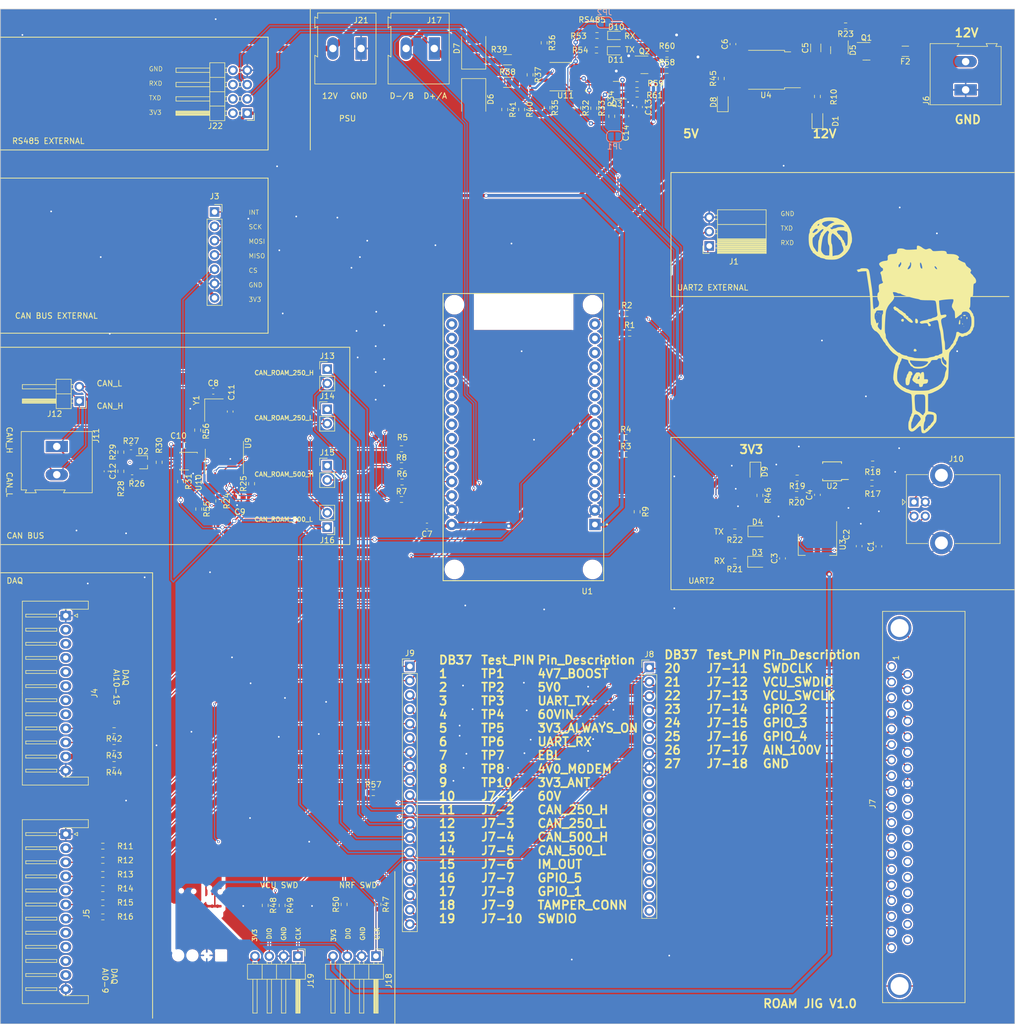
<source format=kicad_pcb>
(kicad_pcb (version 20221018) (generator pcbnew)
  (layers (0 "F.Cu" signal) (31 "B.Cu" signal) (34 "B.Paste" user) (35 "F.Paste" user) (36 "B.SilkS" user "B.Silkscreen") (37 "F.SilkS" user "F.Silkscreen") (38 "B.Mask" user) (39 "F.Mask" user) (44 "Edge.Cuts" user))
  (net 0 "")
  (net 16 "Net-(J10-VBUS)")
  (net 17 "GND")
  (net 18 "3V3_B")
  (net 19 "Net-(U2-V3)")
  (net 20 "Net-(D5-K)")
  (net 21 "5V0")
  (net 22 "Net-(D1-A)")
  (net 23 "Net-(Q1-D)")
  (net 24 "Net-(D3-K)")
  (net 25 "Net-(D4-K)")
  (net 26 "+12V")
  (net 27 "/UART_QT_RX")
  (net 28 "/UART_QT_TX")
  (net 29 "3V3")
  (net 30 "/UART_RS485_RX")
  (net 31 "/UART_RS485_TX")
  (net 32 "/SCK")
  (net 33 "/MOSI")
  (net 34 "/MISO")
  (net 35 "/CS")
  (net 36 "/AI10")
  (net 37 "/AI11")
  (net 38 "/AI12")
  (net 39 "/AI13")
  (net 40 "/AI14")
  (net 41 "/AI15")
  (net 42 "/INT")
  (net 43 "/A{slash}D+")
  (net 44 "/B{slash}D-")
  (net 45 "/+VS")
  (net 46 "/AI0")
  (net 47 "/AI1")
  (net 48 "/AI2")
  (net 49 "/AI3")
  (net 50 "/AI4")
  (net 51 "/AI5")
  (net 52 "/AI6")
  (net 53 "/AI7")
  (net 54 "/AI8")
  (net 55 "/AI9")
  (net 56 "Net-(J7-PadSHELL)")
  (net 57 "/DB_1")
  (net 58 "/DB_2")
  (net 59 "/DB_4")
  (net 60 "/DB_5")
  (net 61 "/DB_6")
  (net 62 "/DB_7")
  (net 63 "/DB_8")
  (net 64 "/DB_9")
  (net 65 "/DB_10")
  (net 66 "/DB_11")
  (net 67 "/DB_12")
  (net 68 "/DB_13")
  (net 69 "/DB_14")
  (net 70 "/DB_15")
  (net 71 "/DB_16")
  (net 72 "/DB_17")
  (net 73 "/DB_18")
  (net 74 "/DB_19")
  (net 75 "/DB_20")
  (net 76 "/DB_21")
  (net 77 "/DB_22")
  (net 78 "/DB_23")
  (net 79 "/DB_24")
  (net 80 "/DB_25")
  (net 81 "/DB_26")
  (net 92 "/DB_28")
  (net 93 "/DB_29")
  (net 94 "/DB_30")
  (net 95 "/DB_31")
  (net 96 "/DB_32")
  (net 97 "/DB_33")
  (net 98 "/DB_34")
  (net 99 "/DB_35")
  (net 100 "/DB_36")
  (net 101 "/DB_37")
  (net 102 "Net-(J10-D-)")
  (net 103 "Net-(J10-D+)")
  (net 104 "Net-(U1-D22)")
  (net 105 "Net-(U1-D23)")
  (net 106 "Net-(U1-D27)")
  (net 107 "Net-(U1-D12)")
  (net 108 "Net-(U1-D13)")
  (net 109 "Net-(U1-D14)")
  (net 110 "Net-(U1-D15)")
  (net 111 "Net-(U2-UD+)")
  (net 112 "Net-(U2-UD-)")
  (net 113 "Net-(U2-TXD)")
  (net 114 "Net-(U2-RXD)")
  (net 118 "Net-(D5-A)")
  (net 119 "/DB_3")
  (net 120 "/CAN_OSC_1")
  (net 121 "/CAN_OSC_2")
  (net 122 "Net-(C12-Pad1)")
  (net 123 "Net-(D2-A1)")
  (net 124 "Net-(D2-A2)")
  (net 125 "/CAN_INT")
  (net 126 "Net-(U9-~{CS})")
  (net 127 "Net-(U9-~{RESET})")
  (net 128 "/TX_CAN")
  (net 129 "/RX_CAN")
  (net 138 "/CAN_SHDN")
  (net 139 "Net-(U1-D18)")
  (net 140 "/CAN_H")
  (net 141 "/CAN_L")
  (net 142 "/D+{slash}A")
  (net 143 "/D-{slash}B")
  (net 144 "Net-(U11-~{RE})")
  (net 145 "Net-(U11-A)")
  (net 146 "Net-(U11-B)")
  (net 147 "Net-(D8-A)")
  (net 148 "Net-(D9-A)")
  (net 149 "/SWCLK")
  (net 150 "/VCU_SWDIO")
  (net 151 "/VCU_SWCLK")
  (net 152 "/SWDIO")
  (net 153 "Net-(U1-D34)")
  (net 154 "Net-(D10-K)")
  (net 155 "Net-(D11-K)")
  (net 156 "Net-(U10-TXD)")
  (net 157 "Net-(U10-RXD)")
  (net 162 "/UART2_RX")
  (net 163 "/UART2_TX")
  (net 164 "Net-(Q2-B)")
  (net 165 "/UART_RS485_RX_5V")
  (net 166 "Net-(Q3-B)")
  (net 167 "/UART_RS485_TX_5V")
  (footprint "TerminalBlock:TerminalBlock_Altech_AK300-2_P5.00mm" (layer "F.Cu") (at 171.8 104.54 -90)
    (fp_text reference "J11")
    (fp_text value "VIN")
  )
  (footprint "Resistor_SMD:R_0603_1608Metric" (layer "F.Cu") (at 179.975 177.94)
    (fp_text reference "R12")
    (fp_text value "0")
  )
  (footprint "Resistor_SMD:R_0603_1608Metric" (layer "F.Cu") (at 316.475 111.04)
    (fp_text reference "R17")
    (fp_text value "0")
  )
  (footprint "Package_TO_SOT_SMD:SOT-23" (layer "F.Cu") (at 310.7 34.24 -90)
    (fp_text reference "D5")
    (fp_text value "BZX84B4V7LT1")
  )
  (footprint "Capacitor_SMD:C_0603_1608Metric" (layer "F.Cu") (at 204.1 113.54)
    (fp_text reference "C9")
    (fp_text value "100nF")
  )
  (footprint "Connector_PinSocket_2.54mm:PinSocket_1x03_P2.54mm_Horizontal" (layer "F.Cu") (at 287.6 68.965 180)
    (fp_text reference "J1")
    (fp_text value "Conn_01x03_Pin")
  )
  (footprint "Resistor_SMD:R_0603_1608Metric" (layer "F.Cu") (at 267.1 44.54 -90)
    (fp_text reference "R33")
    (fp_text value "10k")
  )
  (footprint "Package_TO_SOT_SMD:SOT-23" (layer "F.Cu") (at 271.2 41.34 180)
    (fp_text reference "Q3")
    (fp_text value "MMBT3904")
  )
  (footprint "Resistor_SMD:R_0603_1608Metric" (layer "F.Cu") (at 228.8 185.765 -90)
    (fp_text reference "R47")
    (fp_text value "0")
  )
  (footprint "Resistor_SMD:R_0603_1608Metric" (layer "F.Cu") (at 264.2625 44.5 -90)
    (fp_text reference "R32")
    (fp_text value "10k")
  )
  (footprint "Resistor_SMD:R_0603_1608Metric" (layer "F.Cu") (at 232.975 113.94)
    (fp_text reference "R7")
    (fp_text value "0")
  )
  (footprint "Connector_PinHeader_2.54mm:PinHeader_1x04_P2.54mm_Horizontal" (layer "F.Cu") (at 228.45 194.9325 -90)
    (fp_text reference "J18")
    (fp_text value "Conn_01x04_Pin")
  )
  (footprint "LOGO" (layer "F.Cu") (at 322.437342 80.401851)
    (fp_text reference "G***" hide)
    (fp_text value "LOGO" hide)
  )
  (footprint "Capacitor_SMD:C_0603_1608Metric" (layer "F.Cu") (at 199.575 94.74)
    (fp_text reference "C8")
    (fp_text value "18pF")
  )
  (footprint "Capacitor_SMD:C_0603_1608Metric" (layer "F.Cu") (at 275.225 44.325 90)
    (fp_text reference "C13")
    (fp_text value "100n")
  )
  (footprint "Resistor_SMD:R_0603_1608Metric" (layer "F.Cu") (at 258.3 32.94 -90)
    (fp_text reference "R36")
    (fp_text value "4k7")
  )
  (footprint "Resistor_SMD:R_0603_1608Metric" (layer "F.Cu") (at 222.8 185.765 90)
    (fp_text reference "R50")
    (fp_text value "0")
  )
  (footprint "Resistor_SMD:R_0603_1608Metric" (layer "F.Cu") (at 274.775 40.34)
    (fp_text reference "R59")
    (fp_text value "10k")
  )
  (footprint "Resistor_SMD:R_0603_1608Metric" (layer "F.Cu") (at 189.975 107.34 90)
    (fp_text reference "R30")
    (fp_text value "DNP")
  )
  (footprint "Capacitor_SMD:C_0603_1608Metric" (layer "F.Cu") (at 237.5 118.64 180)
    (fp_text reference "C7")
    (fp_text value "10uF")
  )
  (footprint "Capacitor_SMD:C_0603_1608Metric" (layer "F.Cu") (at 314.2 122.215 90)
    (fp_text reference "C2")
    (fp_text value "1u")
  )
  (footprint "Resistor_SMD:R_0603_1608Metric" (layer "F.Cu") (at 208.8 185.94 -90)
    (fp_text reference "R48")
    (fp_text value "0")
  )
  (footprint "Resistor_SMD:R_0603_1608Metric" (layer "F.Cu") (at 181.975 154.94 180)
    (fp_text reference "R42")
    (fp_text value "0")
  )
  (footprint "Fuse:Fuse_1206_3216Metric" (layer "F.Cu") (at 322.4 34.44 180)
    (fp_text reference "F2")
    (fp_text value "C1F 2")
  )
  (footprint "Capacitor_SMD:C_0603_1608Metric" (layer "F.Cu") (at 300.6 124.39 90)
    (fp_text reference "C3")
    (fp_text value "1u")
  )
  (footprint "Connector_PinHeader_2.54mm:PinHeader_1x04_P2.54mm_Horizontal" (layer "F.Cu") (at 214.6 194.9325 -90)
    (fp_text reference "J19")
    (fp_text value "Conn_01x04_Pin")
  )
  (footprint "Resistor_SMD:R_1206_3216Metric" (layer "F.Cu") (at 251.8 35.94)
    (fp_text reference "R39")
    (fp_text value "10")
  )
  (footprint "Capacitor_SMD:C_0603_1608Metric" (layer "F.Cu") (at 291.8 33.165 90)
    (fp_text reference "C6")
    (fp_text value "10uF")
  )
  (footprint "Resistor_SMD:R_0603_1608Metric" (layer "F.Cu") (at 197 115.64 -90)
    (fp_text reference "R55")
    (fp_text value "0")
  )
  (footprint "Capacitor_SMD:C_0603_1608Metric" (layer "F.Cu") (at 194.575 104.34 180)
    (fp_text reference "C10")
    (fp_text value "100nF")
  )
  (footprint "Diode_SMD:D_SMB" (layer "F.Cu") (at 245.8 42.94 -90)
    (fp_text reference "D6")
    (fp_text value "6.8V CA")
  )
  (footprint "Resistor_SMD:R_0603_1608Metric" (layer "F.Cu") (at 232.975 104.94 180)
    (fp_text reference "R5")
    (fp_text value "0")
  )
  (footprint "Resistor_SMD:R_0603_1608Metric" (layer "F.Cu") (at 181.975 157.93 180)
    (fp_text reference "R43")
    (fp_text value "0")
  )
  (footprint "Connector_PinSocket_2.54mm:PinSocket_1x07_P2.54mm_Vertical" (layer "F.Cu") (at 199.8 62.94)
    (fp_text reference "J3")
    (fp_text value "Conn_01x07_Pin")
  )
  (footprint "Resistor_SMD:R_0603_1608Metric" (layer "F.Cu") (at 255.8 38.615 -90)
    (fp_text reference "R37")
    (fp_text value "DNP")
  )
  (footprint "Resistor_SMD:R_0603_1608Metric" (layer "F.Cu") (at 274.8 42.04)
    (fp_text reference "R61")
    (fp_text value "1K")
  )
  (footprint "Resistor_SMD:R_0603_1608Metric" (layer "F.Cu") (at 183.175 105.54 90)
    (fp_text reference "R29")
    (fp_text value "2k8")
  )
  (footprint "Connector_PinHeader_2.54mm:PinHeader_1x02_P2.54mm_Horizontal" (layer "F.Cu") (at 175.8 96.48 180)
    (fp_text reference "J12")
    (fp_text value "Conn_01x02_Pin")
  )
  (footprint "TerminalBlock:TerminalBlock_Altech_AK300-2_P5.00mm" (layer "F.Cu") (at 225.8 33.94 180)
    (fp_text reference "J21")
    (fp_text value "VIN")
  )
  (footprint "Resistor_SMD:R_0603_1608Metric" (layer "F.Cu") (at 254.3 44.765 -90)
    (fp_text reference "R40")
    (fp_text value "DNP")
  )
  (footprint "Resistor_SMD:R_0603_1608Metric" (layer "F.Cu") (at 303.2 110.14 180)
    (fp_text reference "R19")
    (fp_text value "0")
  )
  (footprint "Package_SO:MSOP-10_3x3mm_P0.5mm" (layer "F.Cu") (at 309.4 108.94 180)
    (fp_text reference "U2")
    (fp_text value "CH340E")
  )
  (footprint "Resistor_SMD:R_0603_1608Metric" (layer "F.Cu") (at 316.6 107.64 180)
    (fp_text reference "R18")
    (fp_text value "0")
  )
  (footprint "Resistor_SMD:R_0603_1608Metric" (layer "F.Cu") (at 280.1 34.94)
    (fp_text reference "R60")
    (fp_text value "1K")
  )
  (footprint "Resistor_SMD:R_0603_1608Metric" (layer "F.Cu") (at 233.075 110.84)
    (fp_text reference "R6")
    (fp_text value "0")
  )
  (footprint "Connector_PinHeader_2.54mm:PinHeader_2x04_P2.54mm_Horizontal" (layer "F.Cu") (at 205.6 45.42 180)
    (fp_text reference "J22")
    (fp_text value "Conn_02x04_Odd_Even")
  )
  (footprint "Package_TO_SOT_SMD:SOT-223-3_TabPin2" (layer "F.Cu") (at 306.8 121.94 -90)
    (fp_text reference "U3")
    (fp_text value "AMS1117-3.3")
  )
  (footprint "Resistor_SMD:R_0603_1608Metric" (layer "F.Cu") (at 183.175 108.94 90)
    (fp_text reference "R28")
    (fp_text value "2k8")
  )
  (footprint "Resistor_SMD:R_0603_1608Metric" (layer "F.Cu") (at 274.8 116.115 90)
    (fp_text reference "R9")
    (fp_text value "0")
  )
  (footprint "Connector_PinHeader_2.54mm:PinHeader_1x18_P2.54mm_Vertical" (layer "F.Cu") (at 276.96 143.735)
    (fp_text reference "J8")
    (fp_text value "Conn_01x18_Pin")
  )
  (footprint "Resistor_SMD:R_0402_1005Metric" (layer "F.Cu") (at 184.975 104.74)
    (fp_text reference "R27")
    (fp_text value "0")
  )
  (footprint "Resistor_SMD:R_0402_1005Metric" (layer "F.Cu") (at 185.175 109.94)
    (fp_text reference "R26")
    (fp_text value "0")
  )
  (footprint "Resistor_SMD:R_0603_1608Metric" (layer "F.Cu") (at 311.8 29.94 180)
    (fp_text reference "R23")
    (fp_text value "100k")
  )
  (footprint "Resistor_SMD:R_0603_1608Metric" (layer "F.Cu") (at 193.775 110.765 -90)
    (fp_text reference "R31")
    (fp_text value "0")
  )
  (footprint "Package_TO_SOT_SMD:SOT-23" (layer "F.Cu") (at 276.1 36.84)
    (fp_text reference "Q2")
    (fp_text value "MMBT3904")
  )
  (footprint "LED_SMD:LED_0805_2012Metric" (layer "F.Cu") (at 290 43.4775 90)
    (fp_text reference "D8")
    (fp_text value "LED")
  )
  (footprint "Package_TO_SOT_SMD:SOT-323_SC-70" (layer "F.Cu") (at 187.175 107.34)
    (fp_text reference "D2")
    (fp_text value "SM712_SOT23")
  )
  (footprint "Resistor_SMD:R_0603_1608Metric" (layer "F.Cu") (at 211.8 185.94 -90)
    (fp_text reference "R49")
    (fp_text value "0")
  )
  (footprint "LED_SMD:LED_0805_2012Metric" (layer "F.Cu") (at 295.8 109.0025 -90)
    (fp_text reference "D9")
    (fp_text value "LED")
  )
  (footprint "Connector_PinHeader_2.54mm:PinHeader_1x02_P2.54mm_Vertical" (layer "F.Cu") (at 219.8 90.815)
    (fp_text reference "J13")
    (fp_text value "Conn_01x02_Pin")
  )
  (footprint "Resistor_SMD:R_0603_1608Metric" (layer "F.Cu") (at 181.975 160.94 180)
    (fp_text reference "R44")
    (fp_text value "0")
  )
  (footprint "Resistor_SMD:R_0603_1608Metric" (layer "F.Cu") (at 272.975 80.94)
    (fp_text reference "R2")
    (fp_text value "0")
  )
  (footprint "Connector_PinHeader_2.54mm:PinHeader_1x19_P2.54mm_Vertical" (layer "F.Cu") (at 234.46 143.535)
    (fp_text reference "J9")
    (fp_text value "Conn_01x19_Pin")
  )
  (footprint "LED_SMD:LED_0603_1608Metric" (layer "F.Cu") (at 271 34.34)
    (fp_text reference "D11")
    (fp_text value "LED")
  )
  (footprint "Diode_SMD:D_SMB" (layer "F.Cu") (at 245.8 33.94 90)
    (fp_text reference "D7")
    (fp_text value "6.8V CA")
  )
  (footprint "Resistor_SMD:R_0603_1608Metric" (layer "F.Cu") (at 196.8 101.64 -90)
    (fp_text reference "R56")
    (fp_text value "0")
  )
  (footprint "Resistor_SMD:R_0603_1608Metric" (layer "F.Cu") (at 232.975 107.94)
    (fp_text reference "R8")
    (fp_text value "0")
  )
  (footprint "Package_TO_SOT_SMD:SOT-23" (layer "F.Cu") (at 315.5 34.44)
    (fp_text reference "Q1")
    (fp_text value "WST3325")
  )
  (footprint "Resistor_SMD:R_0603_1608Metric" (layer "F.Cu") (at 206.375 111.14 90)
    (fp_text reference "R25")
    (fp_text value "10k")
  )
  (footprint "Resistor_SMD:R_0603_1608Metric" (layer "F.Cu") (at 280.075 37.84)
    (fp_text reference "R58")
    (fp_text value "10k")
  )
  (footprint "Resistor_SMD:R_0603_1608Metric" (layer "F.Cu") (at 227.975 165.94)
    (fp_text reference "R57")
    (fp_text value "0")
  )
  (footprint "Resistor_SMD:R_0603_1608Metric" (layer "F.Cu") (at 306.8 42.4525 90)
    (fp_text reference "R10")
    (fp_text value "5k")
  )
  (footprint "LED_SMD:LED_0805_2012Metric" (layer "F.Cu") (at 306.8 46.475 90)
    (fp_text reference "D1")
    (fp_text value "LED")
  )
  (footprint "Resistor_SMD:R_0603_1608Metric" (layer "F.Cu") (at 292.125 124.89 180)
    (fp_text reference "R21")
    (fp_text value "1K")
  )
  (footprint "Connector_USB:USB_B_Lumberg_2411_02_Horizontal" (layer "F.Cu") (at 323.94 114.39)
    (fp_text reference "J10")
    (fp_text value "USB_B")
  )
  (footprint "Package_DFN_QFN:DFN-8-1EP_3x3mm_P0.65mm_EP1.55x2.4mm" (layer "F.Cu") (at 195.1875 107.14 180)
    (fp_text reference "U10")
    (fp_text value "MCP2562-E-MF")
  )
  (footprint "Capacitor_SMD:C_0402_1005Metric" (layer "F.Cu") (at 180.575 108.94 -90)
    (fp_text reference "C12")
    (fp_text value "1nF")
  )
  (footprint "Resistor_SMD:R_0603_1608Metric" (layer "F.Cu") (at 179.975 182.96)
    (fp_text reference "R14")
    (fp_text value "0")
  )
  (footprint "LED_SMD:LED_0805_2012Metric" (layer "F.Cu") (at 296.1 124.99)
    (fp_text reference "D3")
    (fp_text value "LED")
  )
  (footprint "Connector_PinHeader_2.54mm:PinHeader_1x02_P2.54mm_Vertical" (layer "F.Cu") (at 219.8 107.94)
    (fp_text reference "J15")
    (fp_text value "Conn_01x02_Pin")
  )
  (footprint "Resistor_SMD:R_0603_1608Metric" (layer "F.Cu") (at 272.8 102.94)
    (fp_text reference "R4")
    (fp_text value "0")
  )
  (footprint "Resistor_SMD:R_1206_3216Metric" (layer "F.Cu") (at 251.8 39.94)
    (fp_text reference "R38")
    (fp_text value "10")
  )
  (footprint "LED_SMD:LED_0805_2012Metric" (layer "F.Cu") (at 296.1625 119.59)
    (fp_text reference "D4")
    (fp_text value "LED")
  )
  (footprint "Resistor_SMD:R_0603_1608Metric" (layer "F.Cu") (at 179.975 175.43)
    (fp_text reference "R11")
    (fp_text value "0")
  )
  (footprint "Connector_JST:JST_XH_S12B-XH-A-1_1x12_P2.50mm_Horizontal" (layer "F.Cu") (at 173.4 173.29 -90)
    (fp_text reference "J5")
    (fp_text value "Conn_01x12_Socket")
  )
  (footprint "Resistor_SMD:R_0603_1608Metric" (layer "F.Cu") (at 292.125 119.69 180)
    (fp_text reference "R22")
    (fp_text value "1K")
  )
  (footprint "footprint:SOIC127P600X175-8N" (layer "F.Cu") (at 261.3 38.94 180)
    (fp_text reference "U11")
    (fp_text value "MAX13487EESAT")
  )
  (footprint "Crystal:Crystal_SMD_Abracon_ABM8G-4Pin_3.2x2.5mm" (layer "F.Cu") (at 199.7 98.1025 -90)
    (fp_text reference "Y1")
    (fp_text value "16MHz")
  )
  (footprint "Capacitor_SMD:C_1206_3216Metric" (layer "F.Cu") (at 306.5 33.84 90)
    (fp_text reference "C5")
    (fp_text value "10uF")
  )
  (footprint "Package_SO:TSSOP-20_4.4x6.5mm_P0.65mm" (layer "F.Cu") (at 201.55 107.2025 -90)
    (fp_text reference "U9")
    (fp_text value "MCP2515-xST")
  )
  (footprint "Resistor_SMD:R_0603_1608Metric" (layer "F.Cu") (at 267.675 31.64 180)
    (fp_text reference "R53")
    (fp_text value "2K")
  )
  (footprint "Resistor_SMD:R_0603_1608Metric" (layer "F.Cu") (at 303.1 113.04 180)
    (fp_text reference "R20")
    (fp_text value "0")
  )
  (footprint "Resistor_SMD:R_0603_1608Metric" (layer "F.Cu") (at 273.475 84.44)
    (fp_text reference "R1")
    (fp_text value "0")
  )
  (footprint "Connector_PinHeader_2.54mm:PinHeader_1x02_P2.54mm_Vertical" (layer "F.Cu") (at 219.8 97.94)
    (fp_text reference "J14")
    (fp_text value "Conn_01x02_Pin")
  )
  (footprint "Capacitor_SMD:C_0603_1608Metric" (layer "F.Cu") (at 306.8 113.115 90)
    (fp_text reference "C4")
    (fp_text value "100n")
  )
  (footprint "Capacitor_SMD:C_0603_1608Metric" (layer "F.Cu") (at 272.8 45.94 -90)
    (fp_text reference "C14")
    (fp_text value "1u")
  )
  (footprint "Resistor_SMD:R_0603_1608Metric" (layer "F.Cu") (at 258.8 44.44 -90)
    (fp_text reference "R35")
    (fp_text value "4k7")
  )
  (footprint "Resistor_SMD:R_0603_1608Metric" (layer "F.Cu") (at 270.3 45.965 90)
    (fp_text reference "R34")
    (fp_text value "10k")
  )
  (footprint "Resistor_SMD:R_0603_1608Metric" (layer "F.Cu") (at 179.975 187.98)
    (fp_text reference "R16")
    (fp_text value "0")
  )
  (footprint "Capacitor_SMD:C_0603_1608Metric" (layer "F.Cu") (at 202.575 98.34 90)
    (fp_text reference "C11")
    (fp_text value "18pF")
  )
  (footprint "Resistor_SMD:R_0603_1608Metric" (layer "F.Cu") (at 179.975 185.47)
    (fp_text reference "R15")
    (fp_text value "0")
  )
  (footprint "Resistor_SMD:R_0603_1608Metric" (layer "F.Cu") (at 251.3 44.765 -90)
    (fp_text reference "R41")
    (fp_text value "DNP")
  )
  (footprint "LED_SMD:LED_0603_1608Metric" (layer "F.Cu") (at 271.05 31.63)
    (fp_text reference "D10")
    (fp_text value "LED")
  )
  (footprint "Resistor_SMD:R_0603_1608Metric" (layer "F.Cu") (at 272.8 105.94)
    (fp_text reference "R3")
    (fp_text value "0")
  )
  (footprint "Resistor_SMD:R_0603_1608Metric" (layer "F.Cu") (at 200.55 114.2025 -90)
    (fp_text reference "R24")
    (fp_text value "10k")
  )
  (footprint "Resistor_SMD:R_0603_1608Metric" (layer "F.Cu") (at 296.595 113.2125 -90)
    (fp_text reference "R46")
    (fp_text value "1K")
  )
  (footprint "Capacitor_SMD:C_0603_1608Metric" (layer "F.Cu") (at 317.7 122.24 90)
    (fp_text reference "C1")
    (fp_text value "100n")
  )
  (footprint "TerminalBlock:TerminalBlock_Altech_AK300-2_P5.00mm" (layer "F.Cu") (at 238.8 33.94 180)
    (fp_text reference "J17")
    (fp_text value "VIN")
  )
  (footprint "Resistor_SMD:R_0603_1608Metric" (layer "F.Cu") (at 289.735 39.2675 90)
    (fp_text reference "R45")
    (fp_text value "2k")
  )
  (footprint "TerminalBlock:TerminalBlock_Altech_AK300-2_P5.00mm" (layer "F.Cu") (at 333.1 41.275 90)
    (fp_text reference "J6")
    (fp_text value "VIN")
  )
  (footprint "Resistor_SMD:R_0603_1608Metric" (layer "F.Cu") (at 267.5875 34.23 180)
    (fp_text reference "R54")
    (fp_text value "2K")
  )
  (footprint "Connector_JST:JST_XH_S12B-XH-A-1_1x12_P2.50mm_Horizontal" (layer "F.Cu") (at 173.4 134.54 -90)
    (fp_text reference "J4")
    (fp_text value "Conn_01x12_Socket")
  )
  (footprint "Connector_PinHeader_2.54mm:PinHeader_1x02_P2.54mm_Vertical" (layer "F.Cu") (at 219.8 118.84 180)
    (fp_text reference "J16")
    (fp_text value "Conn_01x02_Pin")
  )
  (footprint "Resistor_SMD:R_0603_1608Metric" (layer "F.Cu") (at 179.975 180.45)
    (fp_text reference "R13")
    (fp_text value "0")
  )
  (footprint "footprint:618037231321" (layer "F.Cu") (at 321.38 168.485 90)
    (fp_text reference "J7")
    (fp_text value "618037231321")
  )
  (footprint "footprint:MODULE_ESP32_DEVKIT_V1" (layer "F.Cu") (at 254.6 102.865 180)
    (fp_text reference "U1")
    (fp_text value "ESP32-DEVKIT-V1")
  )
  (footprint "Package_TO_SOT_SMD:TO-252-2" (layer "F.Cu") (at 297.66 37.72 180)
    (fp_text reference "U4")
    (fp_text value "NCP1117DT50RKG")
  )
  (footprint "Jumper:SolderJumper-2_P1.3mm_Open_RoundedPad1.0x1.5mm" (layer "B.Cu") (at 269 29.34 180)
    (fp_text reference "JP2")
    (fp_text value "SolderJumper_2_Open")
  )
  (footprint "Jumper:SolderJumper-2_P1.3mm_Open_RoundedPad1.0x1.5mm" (layer "B.Cu") (at 270.8 49.54)
    (fp_text reference "JP1")
    (fp_text value "SolderJumper_2_Open")
  )
  (gr_line (start 216.8 26.94) (end 216.8 51.94) (stroke (width 0.15)) (layer "F.SilkS"))
  (gr_line (start 161.8 86.94) (end 223.8 86.94) (stroke (width 0.15)) (layer "F.SilkS"))
  (gr_line (start 223.8 121.94) (end 161.8 121.94) (stroke (width 0.15)) (layer "F.SilkS"))
  (gr_line (start 209.3 84.44) (end 209.3 56.94) (stroke (width 0.15)) (layer "F.SilkS"))
  (gr_line (start 231.8 179.94) (end 231.8 206.94) (stroke (width 0.15)) (layer "F.SilkS"))
  (gr_line (start 341.8 129.94) (end 280.8 129.94) (stroke (width 0.15)) (layer "F.SilkS"))
  (gr_line (start 188.8 205.94) (end 188.8 126.94) (stroke (width 0.15)) (layer "F.SilkS"))
  (gr_line (start 209.3 51.94) (end 161.8 51.94) (stroke (width 0.15)) (layer "F.SilkS"))
  (gr_line (start 223.8 86.94) (end 223.8 121.94) (stroke (width 0.15)) (layer "F.SilkS"))
  (gr_line (start 209.3 31.94) (end 209.3 51.94) (stroke (width 0.15)) (layer "F.SilkS"))
  (gr_line (start 280.8 129.94) (end 280.8 102.94) (stroke (width 0.15)) (layer "F.SilkS"))
  (gr_line (start 161.8 31.94) (end 209.3 31.94) (stroke (width 0.15)) (layer "F.SilkS"))
  (gr_line (start 161.8 84.44) (end 209.3 84.44) (stroke (width 0.15)) (layer "F.SilkS"))
  (gr_line (start 280.8 77.94) (end 340.8 77.94) (stroke (width 0.15)) (layer "F.SilkS"))
  (gr_line (start 188.8 126.94) (end 161.8 126.94) (stroke (width 0.15)) (layer "F.SilkS"))
  (gr_line (start 280.8 102.94) (end 341.8 102.94) (stroke (width 0.15)) (layer "F.SilkS"))
  (gr_line (start 341.8 55.94) (end 280.8 55.94) (stroke (width 0.15)) (layer "F.SilkS"))
  (gr_line (start 280.8 55.94) (end 280.8 77.94) (stroke (width 0.15)) (layer "F.SilkS"))
  (gr_line (start 209.3 56.94) (end 161.8 56.94) (stroke (width 0.15)) (layer "F.SilkS"))
  (gr_rect (start 161.8 26.94) (end 341.8 206.94) (stroke (width 0.1)) (fill none) (layer "Edge.Cuts"))
  (gr_text "CAN_H" (at 178.8 97.94) (layer "F.SilkS") (effects (font (size 1 1)) (justify left bottom)))
  (gr_text "DAQ \nAI0-9" (at 179.8 196.94 270) (layer "F.SilkS") (effects (font (size 1 1)) (justify left bottom)))
  (gr_text "CAN_H" (at 162.8 100.94 -90) (layer "F.SilkS") (effects (font (size 1 1)) (justify left bottom)))
  (gr_text "3V3" (at 292.8 105.94) (layer "F.SilkS") (effects (font (size 1.5 1.5) (thickness 0.3) bold) (justify left bottom)))
  (gr_text "DB37\n20\n21\n22\n23\n24\n25\n26\n27" (at 279.46 161.675) (layer "F.SilkS") (effects (font (size 1.5 1.5) (thickness 0.3) bold) (justify left bottom)))
  (gr_text "TX" (at 289.3 119.64) (layer "F.SilkS") (effects (font (size 1 1))))
  (gr_text "UART2 " (at 283.8 128.94) (layer "F.SilkS") (effects (font (size 1 1)) (justify left bottom)))
  (gr_text "CAN_ROAM_250_H" (at 206.8 91.94) (layer "F.SilkS") (effects (font (size 0.8 0.8)) (justify left bottom)))
  (gr_text "12V" (at 305.8 49.94) (layer "F.SilkS") (effects (font (size 1.5 1.5) (thickness 0.3) bold) (justify left bottom)))
  (gr_text "GND" (at 223.8 42.94) (layer "F.SilkS") (effects (font (size 1 1)) (justify left bottom)))
  (gr_text "UART2 EXTERNAL" (at 281.8 76.94) (layer "F.SilkS") (effects (font (size 1 1)) (justify left bottom)))
  (gr_text "DB37\n1\n2\n3\n4\n5\n6\n7\n8\n9\n10\n11\n12\n13\n14\n15\n16\n17\n18\n19" (at 239.46 189.175) (layer "F.SilkS") (effects (font (size 1.5 1.5) (thickness 0.3) bold) (justify left bottom)))
  (gr_text "CAN_ROAM_250_L" (at 206.8 99.94) (layer "F.SilkS") (effects (font (size 0.8 0.8)) (justify left bottom)))
  (gr_text "D+/A" (at 236.8 42.94) (layer "F.SilkS") (effects (font (size 1 1)) (justify left bottom)))
  (gr_text "D-/B" (at 230.8 42.94) (layer "F.SilkS") (effects (font (size 1 1)) (justify left bottom)))
  (gr_text "RX" (at 289.4 124.84) (layer "F.SilkS") (effects (font (size 1 1))))
  (gr_text "12V" (at 218.8 42.94) (layer "F.SilkS") (effects (font (size 1 1)) (justify left bottom)))
  (gr_text "Pin_Description\n4V7_BOOST\n5V0\nUART_TX\n60VIN\n3V3_ALWAYS_ON\nUART_RX\nEBL\n4V0_MODEM\n3V3_ANT\n60V\nCAN_250_H\nCAN_250_L\nCAN_500_H\nCAN_500_L\nIM_OUT\nGPIO_5\nGPIO_1\nTAMPER_CONN\nSWDIO" (at 256.96 189.175) (layer "F.SilkS") (effects (font (size 1.5 1.5) (thickness 0.3) bold) (justify left bottom)))
  (gr_text "ROAM JIG V1.0" (at 297 204.24) (layer "F.SilkS") (effects (font (size 1.5 1.5) (thickness 0.3) bold) (justify left bottom)))
  (gr_text "CAN_L" (at 162.8 108.94 270) (layer "F.SilkS") (effects (font (size 1 1)) (justify left bottom)))
  (gr_text "GND\n\nRXD\n\nTXD\n\n3V3\n\n\n" (at 188.1 48.34) (layer "F.SilkS") (effects (font (size 0.8 0.8) (thickness 0.1)) (justify left bottom)))
  (gr_text "3V3 \n\nDIO\n\nGND\n\nCLK\n" (at 224.8 190.94 90) (layer "F.SilkS") (effects (font (size 0.8 0.8))))
  (gr_text "Pin_Description\nSWDCLK\nVCU_SWDIO\nVCU_SWCLK\nGPIO_2\nGPIO_3\nGPIO_4\nAIN_100V\nGND" (at 296.96 161.675) (layer "F.SilkS") (effects (font (size 1.5 1.5) (thickness 0.3) bold) (justify left bottom)))
  (gr_text "TX" (at 273.5 34.14) (layer "F.SilkS") (effects (font (size 1 1))))
  (gr_text "GND\n\nTXD\n\nRXD\n\n\n\n" (at 300.2 72.74) (layer "F.SilkS") (effects (font (size 0.8 0.8) (thickness 0.1)) (justify left bottom)))
  (gr_text "GND" (at 331 47.44) (layer "F.SilkS") (effects (font (size 1.5 1.5) (thickness 0.3) bold) (justify left bottom)))
  (gr_text "VCU SWD\n" (at 207.8 182.94) (layer "F.SilkS") (effects (font (size 1 1)) (justify left bottom)))
  (gr_text "3V3 \n\nDIO\n\nGND\n\nCLK\n" (at 210.8 190.94 90) (layer "F.SilkS") (effects (font (size 0.8 0.8))))
  (gr_text "CAN_ROAM_500_H" (at 206.8 109.94) (layer "F.SilkS") (effects (font (size 0.8 0.8)) (justify left bottom)))
  (gr_text "PSU" (at 221.8 46.94) (layer "F.SilkS") (effects (font (size 1 1)) (justify left bottom)))
  (gr_text "NRF SWD\n" (at 221.8 182.94) (layer "F.SilkS") (effects (font (size 1 1)) (justify left bottom)))
  (gr_text "5V" (at 282.8 49.94) (layer "F.SilkS") (effects (font (size 1.5 1.5) (thickness 0.3) bold) (justify left bottom)))
  (gr_text "DAQ \nAI10-15" (at 181.8 143.94 -90) (layer "F.SilkS") (effects (font (size 1 1)) (justify left bottom)))
  (gr_text "CAN_ROAM_500_L" (at 206.8 117.94) (layer "F.SilkS") (effects (font (size 0.8 0.8)) (justify left bottom)))
  (gr_text "Test_PIN\nTP1\nTP2\nTP3\nTP4\nTP5\nTP6\nTP7\nTP8\nTP10\nJ7-1\nJ7-2\nJ7-3\nJ7-4\nJ7-5\nJ7-6\nJ7-7\nJ7-8\nJ7-9\nJ7-10" (at 246.96 189.175) (layer "F.SilkS") (effects (font (size 1.5 1.5) (thickness 0.3) bold) (justify left bottom)))
  (gr_text "Test_PIN\nJ7-11\nJ7-12\nJ7-13\nJ7-14\nJ7-15\nJ7-16\nJ7-17\nJ7-18" (at 286.96 161.675) (layer "F.SilkS") (effects (font (size 1.5 1.5) (thickness 0.3) bold) (justify left bottom)))
  (gr_text "RS485" (at 264.3 29.44) (layer "F.SilkS") (effects (font (size 1 1)) (justify left bottom)))
  (gr_text "DAQ" (at 162.8 128.94) (layer "F.SilkS") (effects (font (size 1 1)) (justify left bottom)))
  (gr_text "CAN BUS EXTERNAL" (at 164.3 81.94) (layer "F.SilkS") (effects (font (size 1 1)) (justify left bottom)))
  (gr_text "RS485 EXTERNAL" (at 163.8 50.94) (layer "F.SilkS") (effects (font (size 1 1)) (justify left bottom)))
  (gr_text "CAN_L" (at 178.8 93.94) (layer "F.SilkS") (effects (font (size 1 1)) (justify left bottom)))
  (gr_text "12V" (at 331 32.04) (layer "F.SilkS") (effects (font (size 1.5 1.5) (thickness 0.3) bold) (justify left bottom)))
  (gr_text "RX" (at 273.5 31.74) (layer "F.SilkS") (effects (font (size 1 1))))
  (gr_text "CAN BUS" (at 162.8 120.94) (layer "F.SilkS") (effects (font (size 1 1)) (justify left bottom)))
  (gr_text "INT\n\nSCK\n\nMOSI\n\nMISO\n\nCS\n\nGND\n\n3V3" (at 205.8 78.94) (layer "F.SilkS") (effects (font (size 0.8 0.8) (thickness 0.1)) (justify left bottom)))
  (via (at 184.775 107.34) (size 0.5) (drill 0.3) (layers "F.Cu" "B.Cu") (net 0))
  (segment (start 314.175 123.015) (end 314.2 122.99) (width 0.2) (layer "F.Cu") (net 16))
  (segment (start 314.15 122.94) (end 309.8 122.94) (width 0.2) (layer "F.Cu") (net 16))
  (segment (start 327.8 117.94) (end 322.725 123.015) (width 0.2) (layer "F.Cu") (net 16))
  (segment (start 314.2 122.99) (end 314.15 122.94) (width 0.2) (layer "F.Cu") (net 16))
  (segment (start 322.725 123.015) (end 317.7 123.015) (width 0.2) (layer "F.Cu") (net 16))
  (segment (start 327.8 112.94) (end 327.8 117.94) (width 0.2) (layer "F.Cu") (net 16))
  (segment (start 317.7 123.015) (end 314.175 123.015) (width 0.2) (layer "F.Cu") (net 16))
  (segment (start 324.8 112.94) (end 327.8 112.94) (width 0.2) (layer "F.Cu") (net 16))
  (segment (start 323.94 113.8) (end 324.8 112.94) (width 0.2) (layer "F.Cu") (net 16))
  (segment (start 304.5 120.24) (end 304.5 118.79) (width 0.2) (layer "F.Cu") (net 16))
  (segment (start 303.8 120.94) (end 304.5 120.24) (width 0.2) (layer "F.Cu") (net 16))
  (segment (start 323.94 114.39) (end 323.94 113.8) (width 0.2) (layer "F.Cu") (net 16))
  (via (at 303.8 120.94) (size 0.5) (drill 0.3) (layers "F.Cu" "B.Cu") (net 16))
  (via (at 309.8 122.94) (size 0.5) (drill 0.3) (layers "F.Cu" "B.Cu") (net 16))
  (segment (start 304.8 122.94) (end 303.8 121.94) (width 0.2) (layer "B.Cu") (net 16))
  (segment (start 303.8 121.94) (end 303.8 120.94) (width 0.2) (layer "B.Cu") (net 16))
  (segment (start 309.8 122.94) (end 304.8 122.94) (width 0.2) (layer "B.Cu") (net 16))
  (segment (start 198.85 99.2025) (end 198.85 99.1025) (width 0.25) (layer "F.Cu") (net 17))
  (segment (start 321.229063 161.515) (end 322.8 163.085937) (width 0.25) (layer "F.Cu") (net 17))
  (segment (start 198.625 102.215) (end 198.7 102.14) (width 0.2) (layer "F.Cu") (net 17))
  (segment (start 195.1875 107.14) (end 196 107.9525) (width 0.2) (layer "F.Cu") (net 17))
  (segment (start 275.225 43.55) (end 274.49 43.55) (width 0.2) (layer "F.Cu") (net 17))
  (segment (start 196 107.9525) (end 196 109.34) (width 0.2) (layer "F.Cu") (net 17))
  (segment (start 322.8 163.085937) (end 322.8 164.33) (width 0.25) (layer "F.Cu") (net 17))
  (segment (start 198.85 99.1025) (end 200.55 97.4025) (width 0.25) (layer "F.Cu") (net 17))
  (segment (start 198.625 104.34) (end 198.625 102.215) (width 0.2) (layer "F.Cu") (net 17))
  (segment (start 276.96 161.515) (end 321.229063 161.515) (width 0.25) (layer "F.Cu") (net 17))
  (segment (start 195.5125 107.465) (end 195.1875 107.14) (width 0.2) (layer "F.Cu") (net 17))
  (segment (start 313.8 107.69) (end 313.8 106.94) (width 0.2) (layer "F.Cu") (net 17))
  (segment (start 311.6 108.94) (end 312.55 108.94) (width 0.2) (layer "F.Cu") (net 17))
  (segment (start 274.49 43.55) (end 274 44.04) (width 0.2) (layer "F.Cu") (net 17))
  (segment (start 196.7375 107.465) (end 195.5125 107.465) (width 0.2) (layer "F.Cu") (net 17))
  (segment (start 200.55 97.4025) (end 200.55 97.0025) (width 0.25) (layer "F.Cu") (net 17))
  (segment (start 312.55 108.94) (end 313.8 107.69) (width 0.2) (layer "F.Cu") (net 17))
  (via (at 250.7 148.24) (size 0.5) (drill 0.3) (layers "F.Cu" "B.Cu") (net 17))
  (via (at 184.1 167.34) (size 0.5) (drill 0.3) (layers "F.Cu" "B.Cu") (net 17))
  (via (at 251.9 161.54) (size 0.5) (drill 0.3) (layers "F.Cu" "B.Cu") (net 17))
  (via (at 299.5 107.74) (size 0.5) (drill 0.3) (layers "F.Cu" "B.Cu") (net 17))
  (via (at 299.9 116.94) (size 0.5) (drill 0.3) (layers "F.Cu" "B.Cu") (net 17))
  (via (at 202.6 106.74) (size 0.5) (drill 0.3) (layers "F.Cu" "B.Cu") (net 17))
  (via (at 267 156.44) (size 0.5) (drill 0.3) (layers "F.Cu" "B.Cu") (net 17))
  (via (at 292.7 115.14) (size 0.5) (drill 0.3) (layers "F.Cu" "B.Cu") (net 17))
  (via (at 244.3 132.74) (size 0.5) (drill 0.3) (layers "F.Cu" "B.Cu") (net 17))
  (via (at 226.9 68.04) (size 0.5) (drill 0.3) (layers "F.Cu" "B.Cu") (net 17))
  (via (at 244.5 159.04) (size 0.5) (drill 0.3) (layers "F.Cu" "B.Cu") (net 17))
  (via (at 224.1 72.84) (size 0.5) (drill 0.3) (layers "F.Cu" "B.Cu") (net 17))
  (via (at 214.3 63.74) (size 0.5) (drill 0.3) (layers "F.Cu" "B.Cu") (net 17))
  (via (at 196 109.34) (size 0.5) (drill 0.3) (layers "F.Cu" "B.Cu") (net 17))
  (via (at 217.1 186.04) (size 0.5) (drill 0.3) (layers "F.Cu" "B.Cu") (net 17))
  (via (at 170.8 62.84) (size 0.5) (drill 0.3) (layers "F.Cu" "B.Cu") (net 17))
  (via (at 203.8 114.94) (size 0.5) (drill 0.3) (layers "F.Cu" "B.Cu") (net 17))
  (via (at 165.7 31.54) (size 0.5) (drill 0.3) (layers "F.Cu" "B.Cu") (net 17))
  (via (at 181.2 84.54) (size 0.5) (drill 0.3) (layers "F.Cu" "B.Cu") (net 17))
  (via (at 199 126.84) (size 0.5) (drill 0.3) (layers "F.Cu" "B.Cu") (net 17))
  (via (at 219.6 149.84) (size 0.5) (drill 0.3) (layers "F.Cu" "B.Cu") (net 17))
  (via (at 263.2 195.54) (size 0.5) (drill 0.3) (layers "F.Cu" "B.Cu") (net 17))
  (via (at 239 68.84) (size 0.5) (drill 0.3) (layers "F.Cu" "B.Cu") (net 17))
  (via (at 187.4 127.74) (size 0.5) (drill 0.3) (layers "F.Cu" "B.Cu") (net 17))
  (via (at 228.4 91.34) (size 0.5) (drill 0.3) (layers "F.Cu" "B.Cu") (net 17))
  (via (at 175.3 119.44) (size 0.5) (drill 0.3) (layers "F.Cu" "B.Cu") (net 17))
  (via (at 303.5 104.54) (size 0.5) (drill 0.3) (layers "F.Cu" "B.Cu") (net 17))
  (via (at 229.9 83.04) (size 0.5) (drill 0.3) (layers "F.Cu" "B.Cu") (net 17))
  (via (at 328 66.74) (size 0.5) (drill 0.3) (layers "F.Cu" "B.Cu") (net 17))
  (via (at 221.6 63.94) (size 0.5) (drill 0.3) (layers "F.Cu" "B.Cu") (net 17))
  (via (at 184.1 119.94) (size 0.5) (drill 0.3) (layers "F.Cu" "B.Cu") (net 17))
  (via (at 312.3 115.44) (size 0.5) (drill 0.3) (layers "F.Cu" "B.Cu") (net 17))
  (via (at 254.3 87.64) (size 0.5) (drill 0.3) (layers "F.Cu" "B.Cu") (net 17))
  (via (at 211.2 156.04) (size 0.5) (drill 0.3) (layers "F.Cu" "B.Cu") (net 17))
  (via (at 212.3 149.14) (size 0.5) (drill 0.3) (layers "F.Cu" "B.Cu") (net 17))
  (via (at 314.5 118.24) (size 0.5) (drill 0.3) (layers "F.Cu" "B.Cu") (net 17))
  (via (at 210.9 54.84) (size 0.5) (drill 0.3) (layers "F.Cu" "B.Cu") (net 17))
  (via (at 320.6 109.04) (size 0.5) (drill 0.3) (layers "F.Cu" "B.Cu") (net 17))
  (via (at 268.8 142.54) (size 0.5) (drill 0.3) (layers "F.Cu" "B.Cu") (net 17))
  (via (at 260.5 163.94) (size 0.5) (drill 0.3) (layers "F.Cu" "B.Cu") (net 17))
  (via (at 177.3 128.84) (size 0.5) (drill 0.3) (layers "F.Cu" "B.Cu") (net 17))
  (via (at 179.6 70.94) (size 0.5) (drill 0.3) (layers "F.Cu" "B.Cu") (net 17))
  (via (at 252.5 68.54) (size 0.5) (drill 0.3) (layers "F.Cu" "B.Cu") (net 17))
  (via (at 205.8 64.14) (size 0.5) (drill 0.3) (layers "F.Cu" "B.Cu") (net 17))
  (via (at 228.4 86.74) (size 0.5) (drill 0.3) (layers "F.Cu" "B.Cu") (net 17))
  (via (at 266.1 147.14) (size 0.5) (drill 0.3) (layers "F.Cu" "B.Cu") (net 17))
  (via (at 243.3 155.84) (size 0.5) (drill 0.3) (layers "F.Cu" "B.Cu") (net 17))
  (via (at 307.6 85.74) (size 0.5) (drill 0.3) (layers "F.Cu" "B.Cu") (net 17))
  (via (at 250.3 164.04) (size 0.5) (drill 0.3) (layers "F.Cu" "B.Cu") (net 17))
  (via (at 229.9 93.74) (size 0.5) (drill 0.3) (layers "F.Cu" "B.Cu") (net 17))
  (via (at 253.1 143.34) (size 0.5) (drill 0.3) (layers "F.Cu" "B.Cu") (net 17))
  (via (at 211.9 80.94) (size 0.5) (drill 0.3) (layers "F.Cu" "B.Cu") (net 17))
  (via (at 242.2 163.84) (size 0.5) (drill 0.3) (layers "F.Cu" "B.Cu") (net 17))
  (via (at 196.5 110.34) (size 0.5) (drill 0.3) (layers "F.Cu" "B.Cu") (net 17))
  (via (at 225 84.04) (size 0.5) (drill 0.3) (layers "F.Cu" "B.Cu") (net 17))
  (via (at 228.4 96.24) (size 0.5) (drill 0.3) (layers "F.Cu" "B.Cu") (net 17))
  (via (at 228.5 80.64) (size 0.5) (drill 0.3) (layers "F.Cu" "B.Cu") (net 17))
  (via (at 229.9 89.04) (size 0.5) (drill 0.3) (layers "F.Cu" "B.Cu") (net 17))
  (via (at 266.1 158.54) (size 0.5) (drill 0.3) (layers "F.Cu" "B.Cu") (net 17))
  (via (at 242.8 142.94) (size 0.5) (drill 0.3) (layers "F.Cu" "B.Cu") (net 17))
  (via (at 292.3 112.04) (size 0.5) (drill 0.3) (layers "F.Cu" "B.Cu") (net 17))
  (via (at 195.7 155.14) (size 0.5) (drill 0.3) (layers "F.Cu" "B.Cu") (net 17))
  (via (at 244 161.54) (size 0.5) (drill 0.3) (layers "F.Cu" "B.Cu") (net 17))
  (via (at 204.9 186.04) (size 0.5) (drill 0.3) (layers "F.Cu" "B.Cu") (net 17))
  (via (at 317.7 116.04) (size 0.5) (drill 0.3) (layers "F.Cu" "B.Cu") (net 17))
  (via (at 243.9 146.94) (size 0.5) (drill 0.3) (layers "F.Cu" "B.Cu") (net 17))
  (via (at 269 153.44) (size 0.5) (drill 0.3) (layers "F.Cu" "B.Cu") (net 17))
  (via (at 321.3 104.84) (size 0.5) (drill 0.3) (layers "F.Cu" "B.Cu") (net 17))
  (via (at 255.9 156.54) (size 0.5) (drill 0.3) (layers "F.Cu" "B.Cu") (net 17))
  (via (at 211.3 69.74) (size 0.5) (drill 0.3) (layers "F.Cu" "B.Cu") (net 17))
  (via (at 255.2 151.34) (size 0.5) (drill 0.3) (layers "F.Cu" "B.Cu") (net 17))
  (via (at 206.1 170.44) (size 0.5) (drill 0.3) (layers "F.Cu" "B.Cu") (net 17))
  (via (at 258.3 133.44) (size 0.5) (drill 0.3) (layers "F.Cu" "B.Cu") (net 17))
  (via (at 264.7 161.64) (size 0.5) (drill 0.3) (layers "F.Cu" "B.Cu") (net 17))
  (via (at 331.6 87.64) (size 0.5) (drill 0.3) (layers "F.Cu" "B.Cu") (net 17))
  (via (at 216.6 174.64) (size 0.5) (drill 0.3) (layers "F.Cu" "B.Cu") (net 17))
  (via (at 203.8 111.84) (size 0.5) (drill 0.3) (layers "F.Cu" "B.Cu") (net 17))
  (via (at 274 44.04) (size 0.5) (drill 0.3) (layers "F.Cu" "B.Cu") (net 17))
  (via (at 189.5 157.54) (size 0.5) (drill 0.3) (layers "F.Cu" "B.Cu") (net 17))
  (via (at 202.9 141.94) (size 0.5) (drill 0.3) (layers "F.Cu" "B.Cu") (net 17))
  (via (at 291.6 107.94) (size 0.5) (drill 0.3) (layers "F.Cu" "B.Cu") (net 17))
  (via (at 225.2 88.74) (size 0.5) (drill 0.3) (layers "F.Cu" "B.Cu") (net 17))
  (via (at 254.7 146.44) (size 0.5) (drill 0.3) (layers "F.Cu" "B.Cu") (net 17))
  (via (at 281.4 133.24) (size 0.5) (drill 0.3) (layers "F.Cu" "B.Cu") (net 17))
  (via (at 321.4 62.14) (size 0.5) (drill 0.3) (layers "F.Cu" "B.Cu") (net 17))
  (via (at 273.3 35.24) (size 0.7) (drill 0.5) (layers "F.Cu" "B.Cu") (net 17))
  (via (at 198.7 102.14) (size 0.5) (drill 0.3) (layers "F.Cu" "B.Cu") (net 17))
  (via (at 256.5 103.34) (size 0.5) (drill 0.3) (layers "F.Cu" "B.Cu") (net 17))
  (via (at 254.8 158.94) (size 0.5) (drill 0.3) (layers "F.Cu" "B.Cu") (net 17))
  (via (at 280.5 194.84) (size 0.5) (drill 0.3) (layers "F.Cu" "B.Cu") (net 17))
  (via (at 300.8 54.74) (size 0.5) (drill 0.3) (layers "F.Cu" "B.Cu") (net 17))
  (via (at 273.2 43.44) (size 0.5) (drill 0.3) (layers "F.Cu" "B.Cu") (net 17))
  (via (at 285.6 35.44) (size 0.7) (drill 0.5) (layers "F.Cu" "B.Cu") (net 17))
  (via (at 245.6 151.14) (size 0.5) (drill 0.3) (layers "F.Cu" "B.Cu") (net 17))
  (via (at 315.4 95.64) (size 0.5) (drill 0.3) (layers "F.Cu" "B.Cu") (net 17))
  (via (at 281.8 31.54) (size 0.7) (drill 0.5) (layers "F.Cu" "B.Cu") (net 17))
  (via (at 206.2 146.54) (size 0.5) (drill 0.3) (layers "F.Cu" "B.Cu") (net 17))
  (via (at 271.1 37.94) (size 0.7) (drill 0.5) (layers "F.Cu" "B.Cu") (net 17))
  (via (at 281.4 109.84) (size 0.5) (drill 0.3) (layers "F.Cu" "B.Cu") (net 17))
  (via (at 195.5 97.84) (size 0.5) (drill 0.3) (layers "F.Cu" "B.Cu") (net 17))
  (via (at 243.3 154.04) (size 0.5) (drill 0.3) (layers "F.Cu" "B.Cu") (net 17))
  (via (at 257.7 154.04) (size 0.5) (drill 0.3) (layers "F.Cu" "B.Cu") (net 17))
  (via (at 225.6 70.94) (size 0.5) (drill 0.3) (layers "F.Cu" "B.Cu") (net 17))
  (via (at 200 28.74) (size 0.5) (drill 0.3) (layers "F.Cu" "B.Cu") (net 17))
  (via (at 218.3 155.54) (size 0.5) (drill 0.3) (layers "F.Cu" "B.Cu") (net 17))
  (via (at 270.6 151.24) (size 0.5) (drill 0.3) (layers "F.Cu" "B.Cu") (net 17))
  (segment (start 218.7225 197.04) (end 220.83 194.9325) (width 0.6) (layer "F.Cu") (net 18))
  (segment (start 206.98 194.9325) (end 209.0875 197.04) (width 0.6) (layer "F.Cu") (net 18))
  (segment (start 306.8 116.94) (end 306.8 118.79) (width 0.2) (layer "F.Cu") (net 18))
  (segment (start 209.0875 197.04) (end 218.7225 197.04) (width 0.6) (layer "F.Cu") (net 18))
  (segment (start 204.55 113.215) (end 204.875 113.54) (width 0.25) (layer "F.Cu") (net 18))
  (segment (start 300.675 125.09) (end 300.6 125.165) (width 1) (layer "F.Cu") (net 18))
  (segment (start 296.595 119.085) (end 297.1 119.59) (width 1) (layer "F.Cu") (net 18))
  (segment (start 300.6 125.165) (end 297.8 125.165) (width 1) (layer "F.Cu") (net 18))
  (segment (start 204.875 113.54) (end 204.55 113.865) (width 0.25) (layer "F.Cu") (net 18))
  (segment (start 296.595 114.0375) (end 296.595 119.085) (width 1) (layer "F.Cu") (net 18))
  (segment (start 206.98 194.9325) (end 205.4725 196.44) (width 0.6) (layer "F.Cu") (net 18))
  (segment (start 193.8 104.34) (end 192.3 104.34) (width 0.25) (layer "F.Cu") (net 18))
  (segment (start 204.55 110.14) (end 204.55 113.215) (width 0.25) (layer "F.Cu") (net 18))
  (segment (start 204.55 116.49) (end 203.3 117.74) (width 0.25) (layer "F.Cu") (net 18))
  (segment (start 204.475 110.065) (end 204.55 110.14) (width 0.25) (layer "F.Cu") (net 18))
  (segment (start 306.8 125.09) (end 306.8 118.79) (width 1) (layer "F.Cu") (net 18))
  (segment (start 297.1 119.59) (end 297.1 124.465) (width 1) (layer "F.Cu") (net 18))
  (segment (start 307.2 108.44) (end 308.15 108.44) (width 0.2) (layer "F.Cu") (net 18))
  (segment (start 308.9 127.19) (end 306.8 125.09) (width 1) (layer "F.Cu") (net 18))
  (segment (start 193.6375 104.5025) (end 193.8 104.34) (width 0.25) (layer "F.Cu") (net 18))
  (segment (start 309.8 113.94) (end 306.8 116.94) (width 0.2) (layer "F.Cu") (net 18))
  (segment (start 206.125 110.065) (end 206.375 110.315) (width 0.25) (layer "F.Cu") (net 18))
  (segment (start 204.475 110.065) (end 206.125 110.065) (width 0.25) (layer "F.Cu") (net 18))
  (segment (start 193.6375 106.165) (end 193.6375 104.5025) (width 0.25) (layer "F.Cu") (net 18))
  (segment (start 308.15 108.44) (end 309.8 110.09) (width 0.2) (layer "F.Cu") (net 18))
  (segment (start 204.55 113.865) (end 204.55 116.49) (width 0.25) (layer "F.Cu") (net 18))
  (segment (start 297.8 125.165) (end 297.2125 125.165) (width 1) (layer "F.Cu") (net 18))
  (segment (start 297.2125 125.165) (end 297.0375 124.99) (width 1) (layer "F.Cu") (net 18))
  (segment (start 309.8 110.09) (end 309.8 113.94) (width 0.2) (layer "F.Cu") (net 18))
  (segment (start 206.935761 194.9325) (end 206.98 194.9325) (width 0.6) (layer "F.Cu") (net 18))
  (segment (start 306.8 125.09) (end 300.675 125.09) (width 1) (layer "F.Cu") (net 18))
  (segment (start 192.3 104.34) (end 192.1 104.14) (width 0.25) (layer "F.Cu") (net 18))
  (segment (start 297.1 124.465) (end 297.8 125.165) (width 1) (layer "F.Cu") (net 18))
  (via (at 308.9 127.19) (size 0.7) (drill 0.5) (layers "F.Cu" "B.Cu") (net 18))
  (via (at 192.1 104.14) (size 0.7) (drill 0.5) (layers "F.Cu" "B.Cu") (net 18))
  (via (at 203.3 117.74) (size 0.7) (drill 0.5) (layers "F.Cu" "B.Cu") (net 18))
  (segment (start 302.3 201.14) (end 224.7 201.14) (width 0.6) (layer "B.Cu") (net 18))
  (segment (start 192.1 104.14) (end 192.1 128.16) (width 0.25) (layer "B.Cu") (net 18))
  (segment (start 220.83 197.27) (end 220.83 194.9325) (width 0.6) (layer "B.Cu") (net 18))
  (segment (start 192.1 128.16) (end 192.49 128.55) (width 0.25) (layer "B.Cu") (net 18))
  (segment (start 308.9 194.54) (end 302.3 201.14) (width 0.6) (layer "B.Cu") (net 18))
  (segment (start 308.9 127.19) (end 308.9 194.54) (width 0.6) (layer "B.Cu") (net 18))
  (segment (start 224.7 201.14) (end 220.83 197.27) (width 0.6) (layer "B.Cu") (net 18))
  (segment (start 203.3 117.74) (end 192.49 128.55) (width 0.25) (layer "B.Cu") (net 18))
  (segment (start 307.2 111.94) (end 307.2 109.94) (width 0.2) (layer "F.Cu") (net 19))
  (segment (start 306.8 112.34) (end 307.2 111.94) (width 0.2) (layer "F.Cu") (net 19))
  (segment (start 310.5625 35.315) (end 310.7 35.1775) (width 1) (layer "F.Cu") (net 20))
  (segment (start 306.375 35.44) (end 306.5 35.315) (width 1) (layer "F.Cu") (net 20))
  (segment (start 302.7 35.44) (end 306.375 35.44) (width 1) (layer "F.Cu") (net 20))
  (segment (start 314.5625 35.39) (end 310.9125 35.39) (width 1) (layer "F.Cu") (net 20))
  (segment (start 306.8 41.6275) (end 306.8 35.615) (width 1) (layer "F.Cu") (net 20))
  (segment (start 306.5 35.315) (end 310.5625 35.315) (width 1) (layer "F.Cu") (net 20))
  (segment (start 310.9125 35.39) (end 310.7 35.1775) (width 1) (layer "F.Cu") (net 20))
  (segment (start 306.8 35.615) (end 306.5 35.315) (width 1) (layer "F.Cu") (net 20))
  (segment (start 287.675 32.645) (end 289.735 34.705) (width 0.2) (layer "F.Cu") (net 21))
  (segment (start 291.8 33.94) (end 290.5 33.94) (width 1) (layer "F.Cu") (net 21))
  (segment (start 277.14 45.1) (end 279.2 43.04) (width 1) (layer "F.Cu") (net 21))
  (segment (start 273.9 32.645) (end 287.675 32.645) (width 0.2) (layer "F.Cu") (net 21))
  (segment (start 289.735 38.4425) (end 282.7975 38.4425) (width 1) (layer "F.Cu") (net 21))
  (segment (start 289.735 34.705) (end 289.735 38.4425) (width 1) (layer "F.Cu") (net 21))
  (segment (start 275.225 45.1) (end 260.8 45.1) (width 1) (layer "F.Cu") (net 21))
  (segment (start 238.275 118.64) (end 241.64 118.64) (width 0.6) (layer "F.Cu") (net 21))
  (segment (start 258.64 45.1) (end 258.15 45.59) (width 1) (layer "F.Cu") (net 21))
  (segment (start 294.725 39.245) (end 294.9 39.42) (width 1) (layer "F.Cu") (net 21))
  (segment (start 258.15 45.59) (end 251.3 45.59) (width 1) (layer "F.Cu") (net 21))
  (segment (start 258.825 40.845) (end 260.3 42.32) (width 0.6) (layer "F.Cu") (net 21))
  (segment (start 279.2 43.04) (end 279.2 42.04) (width 1) (layer "F.Cu") (net 21))
  (segment (start 272.885 31.63) (end 273.9 32.645) (width 0.25) (layer "F.Cu") (net 21))
  (segment (start 282.7975 38.4425) (end 279.2 42.04) (width 1) (layer "F.Cu") (net 21))
  (segment (start 260.8 45.1) (end 260.3 45.1) (width 1) (layer "F.Cu") (net 21))
  (segment (start 271.8375 31.63) (end 272.885 31.63) (width 0.25) (layer "F.Cu") (net 21))
  (segment (start 273.7375 32.645) (end 273.9 32.645) (width 0.2) (layer "F.Cu") (net 21))
  (segment (start 260.3 45.1) (end 258.64 45.1) (width 1) (layer "F.Cu") (net 21))
  (segment (start 275.225 45.1) (end 277.14 45.1) (width 1) (layer "F.Cu") (net 21))
  (segment (start 198.5 107.14) (end 198.175 106.815) (width 0.4) (layer "F.Cu") (net 21))
  (segment (start 218.5 122.14) (end 234.775 122.14) (width 0.4) (layer "F.Cu") (net 21))
  (segment (start 279.2 42.04) (end 275.625 42.04) (width 1) (layer "F.Cu") (net 21))
  (segment (start 294.9 42.94) (end 264.01 73.83) (width 1) (layer "F.Cu") (net 21))
  (segment (start 252.3 118.64) (end 252 118.64) (width 1) (layer "F.Cu") (net 21))
  (segment (start 272.205 34.34) (end 273.9 32.645) (width 0.25) (layer "F.Cu") (net 21))
  (segment (start 214 117.64) (end 218.5 122.14) (width 0.4) (layer "F.Cu") (net 21))
  (segment (start 234.775 122.14) (end 238.275 118.64) (width 0.4) (layer "F.Cu") (net 21))
  (segment (start 294.9 39.42) (end 294.9 42.94) (width 1) (layer "F.Cu") (net 21))
  (segment (start 241.64 118.64) (end 241.9 118.38) (width 0.6) (layer "F.Cu") (net 21))
  (segment (start 264.01 106.93) (end 252.3 118.64) (width 1) (layer "F.Cu") (net 21))
  (segment (start 290.5 33.94) (end 289.735 34.705) (width 1) (layer "F.Cu") (net 21))
  (segment (start 271.7875 34.34) (end 272.205 34.34) (width 0.25) (layer "F.Cu") (net 21))
  (segment (start 264.01 73.83) (end 264.01 106.93) (width 1) (layer "F.Cu") (net 21))
  (segment (start 198.175 106.815) (end 196.7375 106.815) (width 0.4) (layer "F.Cu") (net 21))
  (segment (start 292.47 33.94) (end 294.725 36.195) (width 1) (layer "F.Cu") (net 21))
  (segment (start 291.8 33.94) (end 292.47 33.94) (width 1) (layer "F.Cu") (net 21))
  (segment (start 260.3 42.32) (end 260.3 45.1) (width 0.6) (layer "F.Cu") (net 21))
  (via (at 198.5 107.14) (size 0.7) (drill 0.5) (layers "F.Cu" "B.Cu") (net 21))
  (via (at 214 117.64) (size 0.7) (drill 0.5) (layers "F.Cu" "B.Cu") (net 21))
  (via (at 252 118.64) (size 0.7) (drill 0.5) (layers "F.Cu" "B.Cu") (net 21))
  (segment (start 242.16 118.64) (end 241.9 118.38) (width 1) (layer "B.Cu") (net 21))
  (segment (start 198.5 107.14) (end 198 107.64) (width 0.4) (layer "B.Cu") (net 21))
  (segment (start 252 118.64) (end 242.16 118.64) (width 1) (layer "B.Cu") (net 21))
  (segment (start 204.9 117.64) (end 214 117.64) (width 0.4) (layer "B.Cu") (net 21))
  (segment (start 198 110.74) (end 204.9 117.64) (width 0.4) (layer "B.Cu") (net 21))
  (segment (start 198 107.64) (end 198 110.74) (width 0.4) (layer "B.Cu") (net 21))
  (segment (start 306.8 43.2775) (end 306.8 45.5375) (width 1) (layer "F.Cu") (net 22))
  (segment (start 321 34.44) (end 316.4375 34.44) (width 2) (layer "F.Cu") (net 23))
  (segment (start 295.1625 124.99) (end 293.05 124.99) (width 1) (layer "F.Cu") (net 24))
  (segment (start 293.05 124.99) (end 292.95 124.89) (width 1) (layer "F.Cu") (net 24))
  (segment (start 295.125 119.69) (end 295.225 119.59) (width 1) (layer "F.Cu") (net 25))
  (segment (start 292.95 119.69) (end 295.125 119.69) (width 1) (layer "F.Cu") (net 25))
  (segment (start 303.6 27.94) (end 317.3 27.94) (width 1) (layer "F.Cu") (net 26))
  (segment (start 182.8 163.94) (end 182.8 160.94) (width 1) (layer "F.Cu") (net 26))
  (segment (start 166.8 166.94) (end 179.8 166.94) (width 1) (layer "F.Cu") (net 26))
  (segment (start 165.8 41.94) (end 165.8 165.94) (width 1) (layer "F.Cu") (net 26))
  (segment (start 220.8 33.94) (end 173.8 33.94) (width 1) (layer "F.Cu") (net 26))
  (segment (start 179.8 166.94) (end 182.8 163.94) (width 1) (layer "F.Cu") (net 26))
  (segment (start 333.1 36.275) (end 325.635 36.275) (width 2) (layer "F.Cu") (net 26))
  (segment (start 325.635 36.275) (end 323.8 34.44) (width 2) (layer "F.Cu") (net 26))
  (segment (start 173.8 33.94) (end 165.8 41.94) (width 1) (layer "F.Cu") (net 26))
  (segment (start 301.7 29.84) (end 303.6 27.94) (width 1) (layer "F.Cu") (net 26))
  (segment (start 220.8 33.94) (end 224.9 29.84) (width 1) (layer "F.Cu") (net 26))
  (segment (start 165.8 165.94) (end 166.8 166.94) (width 1) (layer "F.Cu") (net 26))
  (segment (start 224.9 29.84) (end 301.7 29.84) (width 1) (layer "F.Cu") (net 26))
  (segment (start 317.3 27.94) (end 323.8 34.44) (width 1) (layer "F.Cu") (net 26))
  (segment (start 302.375 110.14) (end 302.375 108.515) (width 0.2) (layer "F.Cu") (net 27))
  (segment (start 287.35 68.44) (end 287.35 75.39) (width 0.2) (layer "F.Cu") (net 27))
  (segment (start 289.75 124.89) (end 291.3 124.89) (width 0.2) (layer "F.Cu") (net 27))
  (segment (start 292.8 105.94) (end 287.8 110.94) (width 0.2) (layer "F.Cu") (net 27))
  (segment (start 299.8 105.94) (end 292.8 105.94) (width 0.2) (layer "F.Cu") (net 27))
  (segment (start 287.35 75.39) (end 278.3 84.44) (width 0.2) (layer "F.Cu") (net 27))
  (segment (start 287.8 122.94) (end 289.75 124.89) (width 0.2) (layer "F.Cu") (net 27))
  (segment (start 287.8 110.94) (end 287.8 122.94) (width 0.2) (layer "F.Cu") (net 27))
  (segment (start 278.3 84.44) (end 274.3 84.44) (width 0.2) (layer "F.Cu") (net 27))
  (segment (start 302.375 108.515) (end 299.8 105.94) (width 0.2) (layer "F.Cu") (net 27))
  (segment (start 302.375 108.515) (end 278.3 84.44) (width 0.2) (layer "F.Cu") (net 27))
  (segment (start 288.8 112.14) (end 288.8 113.34) (width 0.2) (layer "F.Cu") (net 28))
  (segment (start 293.9 107.04) (end 288.8 112.14) (width 0.2) (layer "F.Cu") (net 28))
  (segment (start 296.275 107.04) (end 293.9 107.04) (width 0.2) (layer "F.Cu") (net 28))
  (segment (start 288.8 117.19) (end 291.3 119.69) (width 0.2) (layer "F.Cu") (net 28))
  (segment (start 273.8 80.94) (end 280.8 73.94) (width 0.2) (layer "F.Cu") (net 28))
  (segment (start 302.275 113.04) (end 296.275 107.04) (width 0.2) (layer "F.Cu") (net 28))
  (segment (start 288.8 113.34) (end 288.8 117.19) (width 0.2) (layer "F.Cu") (net 28))
  (segment (start 280.8 73.94) (end 280.8 72.49) (width 0.2) (layer "F.Cu") (net 28))
  (segment (start 280.8 72.49) (end 287.35 65.94) (width 0.2) (layer "F.Cu") (net 28))
  (segment (start 273.8 80.94) (end 275.8 80.94) (width 0.2) (layer "F.Cu") (net 28))
  (segment (start 275.8 80.94) (end 276.8 81.94) (width 0.2) (layer "F.Cu") (net 28))
  (via (at 288.8 113.34) (size 0.5) (drill 0.3) (layers "F.Cu" "B.Cu") (net 28))
  (via (at 276.8 81.94) (size 0.5) (drill 0.3) (layers "F.Cu" "B.Cu") (net 28))
  (segment (start 276.8 81.94) (end 280.2 85.34) (width 0.2) (layer "B.Cu") (net 28))
  (segment (start 280.2 85.34) (end 280.2 101.54) (width 0.2) (layer "B.Cu") (net 28))
  (segment (start 288.8 110.14) (end 288.8 113.34) (width 0.2) (layer "B.Cu") (net 28))
  (segment (start 280.2 101.54) (end 288.8 110.14) (width 0.2) (layer "B.Cu") (net 28))
  (segment (start 187.8 50.24) (end 187.8 65.94) (width 0.6) (layer "F.Cu") (net 29))
  (segment (start 200.78 50.24) (end 187.8 50.24) (width 0.6) (layer "F.Cu") (net 29))
  (segment (start 222 60.04) (end 207.38 45.42) (width 0.6) (layer "F.Cu") (net 29))
  (segment (start 205.6 45.42) (end 200.78 50.24) (width 0.6) (layer "F.Cu") (net 29))
  (segment (start 264.6 60.04) (end 277.7 46.94) (width 0.6) (layer "F.Cu") (net 29))
  (segment (start 277.6 40.34) (end 278.214949 40.34) (width 0.6) (layer "F.Cu") (net 29))
  (segment (start 248 60.04) (end 264.4 60.04) (width 0.6) (layer "F.Cu") (net 29))
  (segment (start 278.214949 40.34) (end 280.714949 37.84) (width 0.6) (layer "F.Cu") (net 29))
  (segment (start 275.6 40.34) (end 277.6 40.34) (width 0.6) (layer "F.Cu") (net 29))
  (segment (start 280.714949 37.84) (end 280.9 37.84) (width 0.6) (layer "F.Cu") (net 29))
  (segment (start 280.9 34.965) (end 280.925 34.94) (width 0.6) (layer "F.Cu") (net 29))
  (segment (start 264.4 60.04) (end 264.6 60.04) (width 0.6) (layer "F.Cu") (net 29))
  (segment (start 248 60.04) (end 222 60.04) (width 0.6) (layer "F.Cu") (net 29))
  (segment (start 280.9 37.84) (end 280.9 34.965) (width 0.6) (layer "F.Cu") (net 29))
  (segment (start 187.8 65.94) (end 199.8 77.94) (width 0.6) (layer "F.Cu") (net 29))
  (segment (start 207.38 45.42) (end 205.6 45.42) (width 0.6) (layer "F.Cu") (net 29))
  (via (at 277.7 46.94) (size 0.7) (drill 0.5) (layers "F.Cu" "B.Cu") (net 29))
  (via (at 277.6 40.34) (size 0.7) (drill 0.5) (layers "F.Cu" "B.Cu") (net 29))
  (via (at 248 60.04) (size 0.7) (drill 0.5) (layers "F.Cu" "B.Cu") (net 29))
  (segment (start 267.3 118.38) (end 268.96 118.38) (width 0.6) (layer "B.Cu") (net 29))
  (segment (start 277.7 40.44) (end 277.6 40.34) (width 0.6) (layer "B.Cu") (net 29))
  (segment (start 265.4 60.04) (end 248 60.04) (width 0.6) (layer "B.Cu") (net 29))
  (segment (start 277.7 46.94) (end 277.7 40.44) (width 0.6) (layer "B.Cu") (net 29))
  (segment (start 272.1 66.74) (end 265.4 60.04) (width 0.6) (layer "B.Cu") (net 29))
  (segment (start 272.1 71.14) (end 272.1 66.74) (width 0.6) (layer "B.Cu") (net 29))
  (segment (start 268.96 118.38) (end 272.1 115.24) (width 0.6) (layer "B.Cu") (net 29))
  (segment (start 272.1 115.24) (end 272.1 71.14) (width 0.6) (layer "B.Cu") (net 29))
  (segment (start 279.3 36.74) (end 279.3 37.79) (width 0.2) (layer "F.Cu") (net 30))
  (segment (start 275.1625 37.79) (end 279.2 37.79) (width 0.6) (layer "F.Cu") (net 30))
  (segment (start 279.2 37.79) (end 279.25 37.84) (width 0.6) (layer "F.Cu") (net 30))
  (segment (start 282.6 92.24) (end 273.625 101.215) (width 0.2) (layer "F.Cu") (net 30))
  (segment (start 273.625 101.215) (end 273.625 102.94) (width 0.2) (layer "F.Cu") (net 30))
  (segment (start 279.3 37.79) (end 279.25 37.84) (width 0.2) (layer "F.Cu") (net 30))
  (via (at 279.3 36.74) (size 0.8) (drill 0.4) (layers "F.Cu" "B.Cu") (net 30))
  (via (at 282.6 92.24) (size 0.5) (drill 0.3) (layers "F.Cu" "B.Cu") (net 30))
  (segment (start 279.3 36.74) (end 279.3 65.84) (width 0.2) (layer "B.Cu") (net 30))
  (segment (start 282.6 92.24) (end 282.6 69.14) (width 0.2) (layer "B.Cu") (net 30))
  (segment (start 282.6 69.14) (end 281.45 67.99) (width 0.2) (layer "B.Cu") (net 30))
  (segment (start 243.3 29.94) (end 209.6 29.94) (width 0.2) (layer "B.Cu") (net 30))
  (segment (start 204.45 39.19) (end 205.6 40.34) (width 0.2) (layer "B.Cu") (net 30))
  (segment (start 281.45 67.99) (end 243.4 29.94) (width 0.2) (layer "B.Cu") (net 30))
  (segment (start 209.6 29.94) (end 204.45 35.09) (width 0.2) (layer "B.Cu") (net 30))
  (segment (start 279.3 65.84) (end 281.45 67.99) (width 0.2) (layer "B.Cu") (net 30))
  (segment (start 243.4 29.94) (end 243.3 29.94) (width 0.2) (layer "B.Cu") (net 30))
  (segment (start 269.65 29.34) (end 271.9 29.34) (width 0.2) (layer "B.Cu") (net 30))
  (segment (start 271.9 29.34) (end 279.3 36.74) (width 0.2) (layer "B.Cu") (net 30))
  (segment (start 204.45 35.09) (end 204.45 39.19) (width 0.2) (layer "B.Cu") (net 30))
  (segment (start 280.8 100.64) (end 275.5 105.94) (width 0.2) (layer "F.Cu") (net 31))
  (segment (start 271.4 56.54) (end 271.4 59.64) (width 0.2) (layer "F.Cu") (net 31))
  (segment (start 270.1625 41.24) (end 270.2625 41.34) (width 0.2) (layer "F.Cu") (net 31))
  (segment (start 270 41.24) (end 270.1625 41.24) (width 0.2) (layer "F.Cu") (net 31))
  (segment (start 275.5 105.94) (end 273.625 105.94) (width 0.2) (layer "F.Cu") (net 31))
  (segment (start 271.4 59.64) (end 271.3 59.74) (width 0.2) (layer "F.Cu") (net 31))
  (segment (start 269.1 42.14) (end 270 41.24) (width 0.2) (layer "F.Cu") (net 31))
  (segment (start 272.95 41.34) (end 270.2625 41.34) (width 0.2) (layer "F.Cu") (net 31))
  (segment (start 280.8 95.765) (end 280.8 100.64) (width 0.2) (layer "F.Cu") (net 31))
  (segment (start 273.95 40.34) (end 272.95 41.34) (width 0.2) (layer "F.Cu") (net 31))
  (via (at 271.3 59.74) (size 0.5) (drill 0.3) (layers "F.Cu" "B.Cu") (net 31))
  (via (at 269.1 42.14) (size 0.8) (drill 0.4) (layers "F.Cu" "B.Cu") (net 31))
  (via (at 280.8 95.765) (size 0.5) (drill 0.3) (layers "F.Cu" "B.Cu") (net 31))
  (via (at 271.4 56.54) (size 0.5) (drill 0.3) (layers "F.Cu" "B.Cu") (net 31))
  (segment (start 270.15 49.54) (end 268.7 48.09) (width 0.2) (layer "B.Cu") (net 31))
  (segment (start 268.7 42.54) (end 269.1 42.14) (width 0.2) (layer "B.Cu") (net 31))
  (segment (start 211.1 34.84) (end 211.1 37.38) (width 0.2) (layer "B.Cu") (net 31))
  (segment (start 270.15 49.54) (end 270.15 55.29) (width 0.2) (layer "B.Cu") (net 31))
  (segment (start 205.96 43.24) (end 205.6 42.88) (width 0.2) (layer "B.Cu") (net 31))
  (segment (start 268.7 48.09) (end 268.7 42.54) (width 0.2) (layer "B.Cu") (net 31))
  (segment (start 242.5 30.94) (end 215 30.94) (width 0.2) (layer "B.Cu") (net 31))
  (segment (start 270.15 55.29) (end 271.4 56.54) (width 0.2) (layer "B.Cu") (net 31))
  (segment (start 211.1 37.38) (end 205.6 42.88) (width 0.2) (layer "B.Cu") (net 31))
  (segment (start 215 30.94) (end 211.1 34.84) (width 0.2) (layer "B.Cu") (net 31))
  (segment (start 281.3 95.265) (end 281.3 69.74) (width 0.2) (layer "B.Cu") (net 31))
  (segment (start 280.8 95.765) (end 281.3 95.265) (width 0.2) (layer "B.Cu") (net 31))
  (segment (start 281.3 69.74) (end 271.3 59.74) (width 0.2) (layer "B.Cu") (net 31))
  (segment (start 271.3 59.74) (end 242.5 30.94) (width 0.2) (layer "B.Cu") (net 31))
  (segment (start 202.2 108.04) (end 201.2125 109.0275) (width 0.2) (layer "F.Cu") (net 32))
  (segment (start 201.2125 109.0275) (end 200.959315 109.0275) (width 0.2) (layer "F.Cu") (net 32))
  (segment (start 200.575 109.411815) (end 200.575 110.065) (width 0.2) (layer "F.Cu") (net 32))
  (segment (start 207.92604 109.09) (end 206.87604 108.04) (width 0.2) (layer "F.Cu") (net 32))
  (segment (start 200.959315 109.0275) (end 200.575 109.411815) (width 0.2) (layer "F.Cu") (net 32))
  (segment (start 206.87604 108.04) (end 202.2 108.04) (width 0.2) (layer "F.Cu") (net 32))
  (segment (start 226.65 109.09) (end 207.92604 109.09) (width 0.2) (layer "F.Cu") (net 32))
  (segment (start 222.3 65.44) (end 230.6 73.74) (width 0.2) (layer "F.Cu") (net 32))
  (segment (start 230.7 107.94) (end 227.8 107.94) (width 0.2) (layer "F.Cu") (net 32))
  (segment (start 227.8 107.94) (end 226.65 109.09) (width 0.2) (layer "F.Cu") (net 32))
  (segment (start 230.6 73.74) (end 230.6 101.44) (width 0.2) (layer "F.Cu") (net 32))
  (segment (start 232.15 107.94) (end 230.7 107.94) (width 0.2) (layer "F.Cu") (net 32))
  (segment (start 230.6 101.44) (end 230 102.04) (width 0.2) (layer "F.Cu") (net 32))
  (segment (start 199.8 65.44) (end 222.3 65.44) (width 0.2) (layer "F.Cu") (net 32))
  (via (at 230.7 107.94) (size 0.5) (drill 0.3) (layers "F.Cu" "B.Cu") (net 32))
  (via (at 230 102.04) (size 0.5) (drill 0.3) (layers "F.Cu" "B.Cu") (net 32))
  (segment (start 230 102.04) (end 230 107.24) (width 0.2) (layer "B.Cu") (net 32))
  (segment (start 230 107.24) (end 230.7 107.94) (width 0.2) (layer "B.Cu") (net 32))
  (segment (start 199.8 67.94) (end 220.2 67.94) (width 0.2) (layer "F.Cu") (net 33))
  (segment (start 229.2 76.94) (end 229.2 103.34) (width 0.2) (layer "F.Cu") (net 33))
  (segment (start 201.9 110.09) (end 201.875 110.065) (width 0.2) (layer "F.Cu") (net 33))
  (segment (start 230.4 113.94) (end 206.5 113.94) (width 0.2) (layer "F.Cu") (net 33))
  (segment (start 201.9 111.84) (end 201.9 110.09) (width 0.2) (layer "F.Cu") (net 33))
  (segment (start 229.2 103.34) (end 228.5 104.04) (width 0.2) (layer "F.Cu") (net 33))
  (segment (start 232.15 113.94) (end 230.4 113.94) (width 0.2) (layer "F.Cu") (net 33))
  (segment (start 220.2 67.94) (end 229.2 76.94) (width 0.2) (layer "F.Cu") (net 33))
  (via (at 230.4 113.94) (size 0.5) (drill 0.3) (layers "F.Cu" "B.Cu") (net 33))
  (via (at 228.5 104.04) (size 0.5) (drill 0.3) (layers "F.Cu" "B.Cu") (net 33))
  (via (at 206.5 113.94) (size 0.5) (drill 0.3) (layers "F.Cu" "B.Cu") (net 33))
  (via (at 201.9 111.84) (size 0.5) (drill 0.3) (layers "F.Cu" "B.Cu") (net 33))
  (segment (start 203.7 113.94) (end 201.9 112.14) (width 0.2) (layer "B.Cu") (net 33))
  (segment (start 228.5 104.04) (end 228.5 112.04) (width 0.2) (layer "B.Cu") (net 33))
  (segment (start 206.5 113.94) (end 203.7 113.94) (width 0.2) (layer "B.Cu") (net 33))
  (segment (start 201.9 112.14) (end 201.9 111.84) (width 0.2) (layer "B.Cu") (net 33))
  (segment (start 228.5 112.04) (end 230.4 113.94) (width 0.2) (layer "B.Cu") (net 33))
  (segment (start 199.8 70.44) (end 220.4 70.44) (width 0.2) (layer "F.Cu") (net 34))
  (segment (start 226.3 76.34) (end 227.7 77.74) (width 0.2) (layer "F.Cu") (net 34))
  (segment (start 232.25 110.84) (end 231.46 111.63) (width 0.2) (layer "F.Cu") (net 34))
  (segment (start 227.7 77.74) (end 227.7 102.34) (width 0.2) (layer "F.Cu") (net 34))
  (segment (start 231.46 111.63) (end 229.5 111.63) (width 0.2) (layer "F.Cu") (net 34))
  (segment (start 220.4 70.44) (end 226.3 76.34) (width 0.2) (layer "F.Cu") (net 34))
  (segment (start 202.469324 111.433583) (end 202.469324 110.120676) (width 0.2) (layer "F.Cu") (net 34))
  (segment (start 229.31 111.63) (end 227.7 113.24) (width 0.2) (layer "F.Cu") (net 34))
  (segment (start 202.469324 110.120676) (end 202.525 110.065) (width 0.2) (layer "F.Cu") (net 34))
  (segment (start 229.5 111.63) (end 229.31 111.63) (width 0.2) (layer "F.Cu") (net 34))
  (segment (start 227.7 113.24) (end 206.9 113.24) (width 0.2) (layer "F.Cu") (net 34))
  (via (at 206.9 113.24) (size 0.5) (drill 0.3) (layers "F.Cu" "B.Cu") (net 34))
  (via (at 202.469324 111.433583) (size 0.5) (drill 0.3) (layers "F.Cu" "B.Cu") (net 34))
  (via (at 227.7 102.34) (size 0.5) (drill 0.3) (layers "F.Cu" "B.Cu") (net 34))
  (via (at 229.5 111.63) (size 0.5) (drill 0.3) (layers "F.Cu" "B.Cu") (net 34))
  (segment (start 227.7 102.34) (end 227.75 102.34) (width 0.2) (layer "B.Cu") (net 34))
  (segment (start 204.275741 113.24) (end 202.469324 111.433583) (width 0.2) (layer "B.Cu") (net 34))
  (segment (start 229.5 104.09) (end 229.5 111.63) (width 0.2) (layer "B.Cu") (net 34))
  (segment (start 206.9 113.24) (end 204.275741 113.24) (width 0.2) (layer "B.Cu") (net 34))
  (segment (start 227.75 102.34) (end 229.5 104.09) (width 0.2) (layer "B.Cu") (net 34))
  (segment (start 205.3 124.34) (end 234.8 124.34) (width 0.2) (layer "F.Cu") (net 35))
  (segment (start 200.5375 115.04) (end 200.55 115.0275) (width 0.2) (layer "F.Cu") (net 35))
  (segment (start 200.55 115.0275) (end 199.8 115.7775) (width 0.2) (layer "F.Cu") (net 35))
  (segment (start 274.7 117.04) (end 274.8 116.94) (width 0.2) (layer "F.Cu") (net 35))
  (segment (start 199.8 115.7775) (end 199.8 118.84) (width 0.2) (layer "F.Cu") (net 35))
  (segment (start 234.8 123.94) (end 234.7 123.84) (width 0.2) (layer "F.Cu") (net 35))
  (segment (start 199.3 115.04) (end 200.5375 115.04) (width 0.2) (layer "F.Cu") (net 35))
  (segment (start 274.7 119.34) (end 274.7 117.04) (width 0.2) (layer "F.Cu") (net 35))
  (segment (start 199.8 118.84) (end 205.3 124.34) (width 0.2) (layer "F.Cu") (net 35))
  (segment (start 234.8 124.34) (end 234.8 123.94) (width 0.2) (layer "F.Cu") (net 35))
  (via (at 234.7 123.84) (size 0.5) (drill 0.3) (layers "F.Cu" "B.Cu") (net 35))
  (via (at 274.7 119.34) (size 0.5) (drill 0.3) (layers "F.Cu" "B.Cu") (net 35))
  (via (at 199.3 115.04) (size 0.5) (drill 0.3) (layers "F.Cu" "B.Cu") (net 35))
  (segment (start 199.8 72.94) (end 194.2 78.54) (width 0.2) (layer "B.Cu") (net 35))
  (segment (start 274.3 119.34) (end 274.7 119.34) (width 0.2) (layer "B.Cu") (net 35))
  (segment (start 194.2 110.14) (end 199.1 115.04) (width 0.2) (layer "B.Cu") (net 35))
  (segment (start 199.1 115.04) (end 199.3 115.04) (width 0.2) (layer "B.Cu") (net 35))
  (segment (start 269.8 123.84) (end 274.3 119.34) (width 0.2) (layer "B.Cu") (net 35))
  (segment (start 194.2 78.54) (end 194.2 110.14) (width 0.2) (layer "B.Cu") (net 35))
  (segment (start 234.7 123.84) (end 269.8 123.84) (width 0.2) (layer "B.Cu") (net 35))
  (segment (start 173.4 154.54) (end 180.75 154.54) (width 0.2) (layer "F.Cu") (net 43))
  (segment (start 180.75 154.54) (end 181.15 154.94) (width 0.2) (layer "F.Cu") (net 43))
  (segment (start 180.26 157.04) (end 181.15 157.93) (width 0.2) (layer "F.Cu") (net 44))
  (segment (start 173.4 157.04) (end 180.26 157.04) (width 0.2) (layer "F.Cu") (net 44))
  (segment (start 179.75 159.54) (end 181.15 160.94) (width 1) (layer "F.Cu") (net 45))
  (segment (start 173.4 159.54) (end 179.75 159.54) (width 1) (layer "F.Cu") (net 45))
  (segment (start 178.79 175.79) (end 179.15 175.43) (width 0.2) (layer "F.Cu") (net 46))
  (segment (start 173.4 175.79) (end 178.79 175.79) (width 0.2) (layer "F.Cu") (net 46))
  (segment (start 178.8 178.29) (end 179.15 177.94) (width 0.2) (layer "F.Cu") (net 47))
  (segment (start 173.4 178.29) (end 178.8 178.29) (width 0.2) (layer "F.Cu") (net 47))
  (segment (start 173.4 180.79) (end 178.81 180.79) (width 0.2) (layer "F.Cu") (net 48))
  (segment (start 178.81 180.79) (end 179.15 180.45) (width 0.2) (layer "F.Cu") (net 48))
  (segment (start 178.82 183.29) (end 179.15 182.96) (width 0.2) (layer "F.Cu") (net 49))
  (segment (start 173.4 183.29) (end 178.82 183.29) (width 0.2) (layer "F.Cu") (net 49))
  (segment (start 178.83 185.79) (end 179.15 185.47) (width 0.2) (layer "F.Cu") (net 50))
  (segment (start 173.4 185.79) (end 178.83 185.79) (width 0.2) (layer "F.Cu") (net 50))
  (segment (start 178.84 188.29) (end 179.15 187.98) (width 0.2) (layer "F.Cu") (net 51))
  (segment (start 173.4 188.29) (end 178.84 188.29) (width 0.2) (layer "F.Cu") (net 51))
  (segment (start 321.38 200.235) (end 325.505 200.235) (width 0.2) (layer "F.Cu") (net 56))
  (segment (start 328.8 144.155) (end 321.38 136.735) (width 0.2) (layer "F.Cu") (net 56))
  (segment (start 325.505 200.235) (end 328.8 196.94) (width 0.2) (layer "F.Cu") (net 56))
  (segment (start 328.8 196.94) (end 328.8 144.155) (width 0.2) (layer "F.Cu") (net 56))
  (segment (start 307.505 200.235) (end 306.8 200.94) (width 0.2) (layer "F.Cu") (net 56))
  (segment (start 321.38 200.235) (end 307.505 200.235) (width 0.2) (layer "F.Cu") (net 56))
  (segment (start 306.8 200.94) (end 306.8 199.94) (width 0.2) (layer "F.Cu") (net 56))
  (segment (start 317.345 140.94) (end 237.055 140.94) (width 0.25) (layer "F.Cu") (net 57))
  (segment (start 212.695 143.535) (end 234.46 143.535) (width 0.2) (layer "F.Cu") (net 57))
  (segment (start 237.055 140.94) (end 234.46 143.535) (width 0.25) (layer "F.Cu") (net 57))
  (segment (start 319.96 143.555) (end 317.345 140.94) (width 0.25) (layer "F.Cu") (net 57))
  (segment (start 180.8 175.43) (end 212.695 143.535) (width 0.2) (layer "F.Cu") (net 57))
  (segment (start 318.575 144.94) (end 277.606701 144.94) (width 0.25) (layer "F.Cu") (net 58))
  (segment (start 235.435 145.1) (end 234.46 146.075) (width 0.25) (layer "F.Cu") (net 58))
  (segment (start 277.606701 144.94) (end 277.446701 145.1) (width 0.25) (layer "F.Cu") (net 58))
  (segment (start 319.96 146.325) (end 318.575 144.94) (width 0.25) (layer "F.Cu") (net 58))
  (segment (start 277.446701 145.1) (end 235.435 145.1) (width 0.25) (layer "F.Cu") (net 58))
  (segment (start 212.665 146.075) (end 234.46 146.075) (width 0.2) (layer "F.Cu") (net 58))
  (segment (start 180.8 177.94) (end 212.665 146.075) (width 0.2) (layer "F.Cu") (net 58))
  (segment (start 319.96 151.865) (end 319.206 152.619) (width 0.25) (layer "F.Cu") (net 59))
  (segment (start 319.206 152.619) (end 235.924 152.619) (width 0.25) (layer "F.Cu") (net 59))
  (segment (start 235.924 152.619) (end 234.46 151.155) (width 0.25) (layer "F.Cu") (net 59))
  (segment (start 236.025 155.26) (end 234.46 153.695) (width 0.25) (layer "F.Cu") (net 60))
  (segment (start 319.96 154.635) (end 319.335 155.26) (width 0.25) (layer "F.Cu") (net 60))
  (segment (start 180.8 180.45) (end 207.555 153.695) (width 0.2) (layer "F.Cu") (net 60))
  (segment (start 207.555 153.695) (end 234.46 153.695) (width 0.2) (layer "F.Cu") (net 60))
  (segment (start 319.335 155.26) (end 236.025 155.26) (width 0.25) (layer "F.Cu") (net 60))
  (segment (start 235.835 157.61) (end 234.46 156.235) (width 0.25) (layer "F.Cu") (net 61))
  (segment (start 319.96 157.405) (end 319.755 157.61) (width 0.25) (layer "F.Cu") (net 61))
  (segment (start 319.755 157.61) (end 235.835 157.61) (width 0.25) (layer "F.Cu") (net 61))
  (segment (start 234.46 159.6) (end 234.46 158.775) (width 0.25) (layer "F.Cu") (net 62))
  (segment (start 319.96 160.175) (end 235.035 160.175) (width 0.25) (layer "F.Cu") (net 62))
  (segment (start 235.035 160.175) (end 234.46 159.6) (width 0.25) (layer "F.Cu") (net 62))
  (segment (start 180.8 182.96) (end 204.985 158.775) (width 0.2) (layer "F.Cu") (net 62))
  (segment (start 204.985 158.775) (end 234.46 158.775) (width 0.2) (layer "F.Cu") (net 62))
  (segment (start 319.96 162.945) (end 319.895 162.88) (width 0.25) (layer "F.Cu") (net 63))
  (segment (start 180.8 185.47) (end 204.955 161.315) (width 0.2) (layer "F.Cu") (net 63))
  (segment (start 319.895 162.88) (end 236.025 162.88) (width 0.25) (layer "F.Cu") (net 63))
  (segment (start 204.955 161.315) (end 234.46 161.315) (width 0.2) (layer "F.Cu") (net 63))
  (segment (start 236.025 162.88) (end 234.46 161.315) (width 0.25) (layer "F.Cu") (net 63))
  (segment (start 319.665 165.42) (end 235.855 165.42) (width 0.25) (layer "F.Cu") (net 64))
  (segment (start 204.925 163.855) (end 234.46 163.855) (width 0.2) (layer "F.Cu") (net 64))
  (segment (start 234.46 164.025) (end 234.46 163.855) (width 0.25) (layer "F.Cu") (net 64))
  (segment (start 235.855 165.42) (end 234.46 164.025) (width 0.25) (layer "F.Cu") (net 64))
  (segment (start 319.96 165.715) (end 319.665 165.42) (width 0.25) (layer "F.Cu") (net 64))
  (segment (start 180.8 187.98) (end 204.925 163.855) (width 0.2) (layer "F.Cu") (net 64))
  (segment (start 316.63 167.77) (end 317.345 168.485) (width 0.25) (layer "F.Cu") (net 65))
  (segment (start 235.835 167.77) (end 316.63 167.77) (width 0.25) (layer "F.Cu") (net 65))
  (segment (start 317.345 168.485) (end 319.96 168.485) (width 0.25) (layer "F.Cu") (net 65))
  (segment (start 234.46 166.395) (end 235.835 167.77) (width 0.25) (layer "F.Cu") (net 65))
  (segment (start 319.015 170.31) (end 319.96 171.255) (width 0.25) (layer "F.Cu") (net 66))
  (segment (start 235.835 170.31) (end 319.015 170.31) (width 0.25) (layer "F.Cu") (net 66))
  (segment (start 234.46 168.935) (end 235.835 170.31) (width 0.25) (layer "F.Cu") (net 66))
  (segment (start 234.46 168.935) (end 232.761827 168.935) (width 0.25) (layer "B.Cu") (net 66))
  (segment (start 226.9 168.14) (end 226.9 97.915) (width 0.25) (layer "B.Cu") (net 66))
  (segment (start 232.761827 168.935) (end 232.756827 168.94) (width 0.25) (layer "B.Cu") (net 66))
  (segment (start 232.756827 168.94) (end 227.7 168.94) (width 0.25) (layer "B.Cu") (net 66))
  (segment (start 227.7 168.94) (end 226.9 168.14) (width 0.25) (layer "B.Cu") (net 66))
  (segment (start 226.9 97.915) (end 219.8 90.815) (width 0.25) (layer "B.Cu") (net 66))
  (segment (start 235.835 172.85) (end 318.785 172.85) (width 0.25) (layer "F.Cu") (net 67))
  (segment (start 234.46 171.475) (end 235.835 172.85) (width 0.25) (layer "F.Cu") (net 67))
  (segment (start 318.785 172.85) (end 319.96 174.025) (width 0.25) (layer "F.Cu") (net 67))
  (segment (start 234.46 171.475) (end 227.335 171.475) (width 0.25) (layer "B.Cu") (net 67))
  (segment (start 227.335 171.475) (end 225.5 169.64) (width 0.25) (layer "B.Cu") (net 67))
  (segment (start 225.5 103.64) (end 219.8 97.94) (width 0.25) (layer "B.Cu") (net 67))
  (segment (start 225.5 169.64) (end 225.5 103.64) (width 0.25) (layer "B.Cu") (net 67))
  (segment (start 318.555 175.39) (end 319.96 176.795) (width 0.25) (layer "F.Cu") (net 68))
  (segment (start 235.835 175.39) (end 318.555 175.39) (width 0.25) (layer "F.Cu") (net 68))
  (segment (start 234.46 174.015) (end 235.835 175.39) (width 0.25) (layer "F.Cu") (net 68))
  (segment (start 234.46 174.015) (end 224.975 174.015) (width 0.25) (layer "B.Cu") (net 68))
  (segment (start 222.2 110.34) (end 219.8 107.94) (width 0.25) (layer "B.Cu") (net 68))
  (segment (start 224.975 174.015) (end 222.2 171.24) (width 0.25) (layer "B.Cu") (net 68))
  (segment (start 222.2 171.24) (end 222.2 110.34) (width 0.25) (layer "B.Cu") (net 68))
  (segment (start 234.46 176.555) (end 235.835 177.93) (width 0.25) (layer "F.Cu") (net 69))
  (segment (start 235.835 177.93) (end 318.325 177.93) (width 0.25) (layer "F.Cu") (net 69))
  (segment (start 318.325 177.93) (end 319.96 179.565) (width 0.25) (layer "F.Cu") (net 69))
  (segment (start 215 120.74) (end 216.9 118.84) (width 0.25) (layer "B.Cu") (net 69))
  (segment (start 234.46 176.555) (end 223.515 176.555) (width 0.25) (layer "B.Cu") (net 69))
  (segment (start 215 168.04) (end 215 120.74) (width 0.25) (layer "B.Cu") (net 69))
  (segment (start 216.9 118.84) (end 219.8 118.84) (width 0.25) (layer "B.Cu") (net 69))
  (segment (start 223.515 176.555) (end 215 168.04) (width 0.25) (layer "B.Cu") (net 69))
  (segment (start 234.46 179.095) (end 235.835 180.47) (width 0.25) (layer "F.Cu") (net 70))
  (segment (start 235.835 180.47) (end 318.095 180.47) (width 0.25) (layer "F.Cu") (net 70))
  (segment (start 318.095 180.47) (end 319.96 182.335) (width 0.25) (layer "F.Cu") (net 70))
  (segment (start 235.835 183.01) (end 318.195 183.01) (width 0.25) (layer "F.Cu") (net 71))
  (segment (start 234.46 181.635) (end 235.835 183.01) (width 0.25) (layer "F.Cu") (net 71))
  (segment (start 318.195 183.01) (end 319.96 184.775) (width 0.25) (layer "F.Cu") (net 71))
  (segment (start 319.96 184.775) (end 319.96 185.105) (width 0.25) (layer "F.Cu") (net 71))
  (segment (start 317.635 185.55) (end 319.96 187.875) (width 0.25) (layer "F.Cu") (net 72))
  (segment (start 234.46 184.175) (end 235.835 185.55) (width 0.25) (layer "F.Cu") (net 72))
  (segment (start 235.835 185.55) (end 317.635 185.55) (width 0.25) (layer "F.Cu") (net 72))
  (segment (start 235.835 188.09) (end 317.405 188.09) (width 0.25) (layer "F.Cu") (net 73))
  (segment (start 234.46 186.715) (end 235.835 188.09) (width 0.25) (layer "F.Cu") (net 73))
  (segment (start 317.405 188.09) (end 319.96 190.645) (width 0.25) (layer "F.Cu") (net 73))
  (segment (start 227.8 177.94) (end 231.8 181.94) (width 0.2) (layer "F.Cu") (net 74))
  (segment (start 231.8 186.595) (end 234.46 189.255) (width 0.2) (layer "F.Cu") (net 74))
  (segment (start 222.8 184.94) (end 222.8 178.94) (width 0.2) (layer "F.Cu") (net 74))
  (segment (start 234.46 189.255) (end 315.8 189.255) (width 0.25) (layer "F.Cu") (net 74))
  (segment (start 315.8 189.255) (end 319.96 193.415) (width 0.25) (layer "F.Cu") (net 74))
  (segment (start 222.8 178.94) (end 223.8 177.94) (width 0.2) (layer "F.Cu") (net 74))
  (segment (start 223.8 177.94) (end 227.8 177.94) (width 0.2) (layer "F.Cu") (net 74))
  (segment (start 231.8 181.94) (end 231.8 186.595) (width 0.2) (layer "F.Cu") (net 74))
  (segment (start 318.881 143.94) (end 318.881 144.001937) (width 0.25) (layer "F.Cu") (net 75))
  (segment (start 277.165 143.94) (end 318.881 143.94) (width 0.25) (layer "F.Cu") (net 75))
  (segment (start 276.96 143.735) (end 277.165 143.94) (width 0.25) (layer "F.Cu") (net 75))
  (segment (start 319.819063 144.94) (end 322.8 144.94) (width 0.25) (layer "F.Cu") (net 75))
  (segment (start 228.8 184.94) (end 228.8 181.94) (width 0.2) (layer "F.Cu") (net 75))
  (segment (start 318.881 144.001937) (end 319.819063 144.94) (width 0.25) (layer "F.Cu") (net 75))
  (via (at 228.8 181.94) (size 0.5) (drill 0.3) (layers "F.Cu" "B.Cu") (net 75))
  (segment (start 273.8 157.94) (end 273.8 146.895) (width 0.2) (layer "B.Cu") (net 75))
  (segment (start 273.8 146.895) (end 276.96 143.735) (width 0.2) (layer "B.Cu") (net 75))
  (segment (start 228.8 181.94) (end 233.035 177.705) (width 0.2) (layer "B.Cu") (net 75))
  (segment (start 254.035 177.705) (end 273.8 157.94) (width 0.2) (layer "B.Cu") (net 75))
  (segment (start 233.035 177.705) (end 254.035 177.705) (width 0.2) (layer "B.Cu") (net 75))
  (segment (start 270.465 146.275) (end 269.8 146.94) (width 0.25) (layer "F.Cu") (net 76))
  (segment (start 208.8 176.94) (end 208.8 185.115) (width 0.25) (layer "F.Cu") (net 76))
  (segment (start 277.625 146.94) (end 319.049063 146.94) (width 0.25) (layer "F.Cu") (net 76))
  (segment (start 217.98 167.76) (end 208.8 176.94) (width 0.25) (layer "F.Cu") (net 76))
  (segment (start 319.049063 146.94) (end 319.513063 147.404) (width 0.25) (layer "F.Cu") (net 76))
  (segment (start 276.96 146.275) (end 270.465 146.275) (width 0.25) (layer "F.Cu") (net 76))
  (segment (start 319.513063 147.404) (end 322.494 147.404) (width 0.25) (layer "F.Cu") (net 76))
  (segment (start 276.96 146.275) (end 277.625 146.94) (width 0.25) (layer "F.Cu") (net 76))
  (segment (start 322.494 147.404) (end 322.8 147.71) (width 0.25) (layer "F.Cu") (net 76))
  (segment (start 232.4 167.76) (end 217.98 167.76) (width 0.25) (layer "F.Cu") (net 76))
  (via (at 232.4 167.76) (size 0.5) (drill 0.3) (layers "F.Cu" "B.Cu") (net 76))
  (via (at 269.8 146.94) (size 0.5) (drill 0.3) (layers "F.Cu" "B.Cu") (net 76))
  (segment (start 248.62 167.76) (end 248.8 167.94) (width 0.25) (layer "B.Cu") (net 76))
  (segment (start 232.4 167.76) (end 248.62 167.76) (width 0.25) (layer "B.Cu") (net 76))
  (segment (start 248.8 167.94) (end 269.8 146.94) (width 0.25) (layer "B.Cu") (net 76))
  (segment (start 276.96 148.815) (end 270.925 148.815) (width 0.25) (layer "F.Cu") (net 77))
  (segment (start 232.6 170.24) (end 226.675 170.24) (width 0.2) (layer "F.Cu") (net 77))
  (segment (start 322.8 150.48) (end 322.8 149.413683) (width 0.25) (layer "F.Cu") (net 77))
  (segment (start 226.675 170.24) (end 211.8 185.115) (width 0.2) (layer "F.Cu") (net 77))
  (segment (start 321.326317 147.94) (end 277.835 147.94) (width 0.25) (layer "F.Cu") (net 77))
  (segment (start 277.835 147.94) (end 276.96 148.815) (width 0.25) (layer "F.Cu") (net 77))
  (segment (start 322.8 149.413683) (end 321.326317 147.94) (width 0.25) (layer "F.Cu") (net 77))
  (segment (start 270.925 148.815) (end 270.8 148.94) (width 0.25) (layer "F.Cu") (net 77))
  (via (at 232.6 170.24) (size 0.5) (drill 0.3) (layers "F.Cu" "B.Cu") (net 77))
  (via (at 270.8 148.94) (size 0.5) (drill 0.3) (layers "F.Cu" "B.Cu") (net 77))
  (segment (start 232.755 170.085) (end 249.655 170.085) (width 0.2) (layer "B.Cu") (net 77))
  (segment (start 249.655 170.085) (end 270.8 148.94) (width 0.2) (layer "B.Cu") (net 77))
  (segment (start 232.6 170.24) (end 232.755 170.085) (width 0.2) (layer "B.Cu") (net 77))
  (segment (start 319.513063 150.786) (end 320.646 150.786) (width 0.25) (layer "F.Cu") (net 78))
  (segment (start 277.375 150.94) (end 319.359063 150.94) (width 0.25) (layer "F.Cu") (net 78))
  (segment (start 322.8 152.94) (end 322.8 153.25) (width 0.25) (layer "F.Cu") (net 78))
  (segment (start 319.359063 150.94) (end 319.513063 150.786) (width 0.25) (layer "F.Cu") (net 78))
  (segment (start 276.96 151.355) (end 277.375 150.94) (width 0.25) (layer "F.Cu") (net 78))
  (segment (start 320.646 150.786) (end 322.8 152.94) (width 0.25) (layer "F.Cu") (net 78))
  (segment (start 322.8 155.949063) (end 322.8 156.02) (width 0.25) (layer "F.Cu") (net 79))
  (segment (start 320.406937 153.556) (end 322.8 155.949063) (width 0.25) (layer "F.Cu") (net 79))
  (segment (start 277.299 153.556) (end 320.406937 153.556) (width 0.25) (layer "F.Cu") (net 79))
  (segment (start 276.96 153.895) (end 277.299 153.556) (width 0.25) (layer "F.Cu") (net 79))
  (segment (start 320.406937 156.326) (end 322.8 158.719063) (width 0.25) (layer "F.Cu") (net 80))
  (segment (start 322.8 158.719063) (end 322.8 158.79) (width 0.25) (layer "F.Cu") (net 80))
  (segment (start 277.069 156.326) (end 320.406937 156.326) (width 0.25) (layer "F.Cu") (net 80))
  (segment (start 276.96 156.435) (end 277.069 156.326) (width 0.25) (layer "F.Cu") (net 80))
  (segment (start 322.8 161.489063) (end 322.8 161.56) (width 0.25) (layer "F.Cu") (net 81))
  (segment (start 276.96 158.975) (end 320.285937 158.975) (width 0.25) (layer "F.Cu") (net 81))
  (segment (start 320.285937 158.975) (end 322.8 161.489063) (width 0.25) (layer "F.Cu") (net 81))
  (segment (start 318.8 111.75) (end 318.8 109.015) (width 0.2) (layer "F.Cu") (net 102))
  (segment (start 318.8 109.015) (end 317.425 107.64) (width 0.2) (layer "F.Cu") (net 102))
  (segment (start 323.94 116.89) (end 318.8 111.75) (width 0.2) (layer "F.Cu") (net 102))
  (segment (start 324.84 117.99) (end 317.85 117.99) (width 0.2) (layer "F.Cu") (net 103))
  (segment (start 317.85 117.99) (end 315.65 115.79) (width 0.2) (layer "F.Cu") (net 103))
  (segment (start 315.65 115.79) (end 315.65 111.04) (width 0.2) (layer "F.Cu") (net 103))
  (segment (start 325.94 116.89) (end 324.84 117.99) (width 0.2) (layer "F.Cu") (net 103))
  (segment (start 272.65 84.44) (end 271.73 85.36) (width 0.2) (layer "F.Cu") (net 104))
  (segment (start 271.73 85.36) (end 267.3 85.36) (width 0.2) (layer "F.Cu") (net 104))
  (segment (start 267.3 82.82) (end 269.18 80.94) (width 0.2) (layer "F.Cu") (net 105))
  (segment (start 269.18 80.94) (end 272.15 80.94) (width 0.2) (layer "F.Cu") (net 105))
  (segment (start 241.9 105.68) (end 234.54 105.68) (width 0.2) (layer "F.Cu") (net 106))
  (segment (start 234.54 105.68) (end 233.8 104.94) (width 0.2) (layer "F.Cu") (net 106))
  (segment (start 233.98 110.76) (end 233.9 110.84) (width 0.2) (layer "F.Cu") (net 107))
  (segment (start 241.9 110.76) (end 233.98 110.76) (width 0.2) (layer "F.Cu") (net 107))
  (segment (start 241.9 113.3) (end 234.44 113.3) (width 0.2) (layer "F.Cu") (net 108))
  (segment (start 234.44 113.3) (end 233.8 113.94) (width 0.2) (layer "F.Cu") (net 108))
  (segment (start 234.08 108.22) (end 233.8 107.94) (width 0.2) (layer "F.Cu") (net 109))
  (segment (start 241.9 108.22) (end 234.08 108.22) (width 0.2) (layer "F.Cu") (net 109))
  (segment (start 272.81 113.3) (end 274.8 115.29) (width 0.2) (layer "F.Cu") (net 110))
  (segment (start 267.3 113.3) (end 272.81 113.3) (width 0.2) (layer "F.Cu") (net 110))
  (segment (start 316.2 109.94) (end 311.6 109.94) (width 0.2) (layer "F.Cu") (net 111))
  (segment (start 317.3 111.04) (end 316.2 109.94) (width 0.2) (layer "F.Cu") (net 111))
  (segment (start 313.975 109.44) (end 311.6 109.44) (width 0.2) (layer "F.Cu") (net 112))
  (segment (start 315.775 107.64) (end 313.975 109.44) (width 0.2) (layer "F.Cu") (net 112))
  (segment (start 305.225 108.94) (end 304.025 110.14) (width 0.2) (layer "F.Cu") (net 113))
  (segment (start 307.2 108.94) (end 305.225 108.94) (width 0.2) (layer "F.Cu") (net 113))
  (segment (start 306.25 109.44) (end 303.925 111.765) (width 0.2) (layer "F.Cu") (net 114))
  (segment (start 303.925 111.765) (end 303.925 113.04) (width 0.2) (layer "F.Cu") (net 114))
  (segment (start 307.2 109.44) (end 306.25 109.44) (width 0.2) (layer "F.Cu") (net 114))
  (segment (start 314.5625 33.49) (end 311.8375 33.49) (width 1) (layer "F.Cu") (net 118))
  (segment (start 312.625 32.3275) (end 312.625 29.94) (width 1) (layer "F.Cu") (net 118))
  (segment (start 311.8375 33.49) (end 311.65 33.3025) (width 1) (layer "F.Cu") (net 118))
  (segment (start 311.65 33.3025) (end 312.625 32.3275) (width 1) (layer "F.Cu") (net 118))
  (segment (start 275.785 149.94) (end 275.835 149.99) (width 0.25) (layer "F.Cu") (net 119))
  (segment (start 235.785 149.94) (end 275.785 149.94) (width 0.25) (layer "F.Cu") (net 119))
  (segment (start 234.46 148.615) (end 235.785 149.94) (width 0.25) (layer "F.Cu") (net 119))
  (segment (start 319.065 149.99) (end 319.96 149.095) (width 0.25) (layer "F.Cu") (net 119))
  (segment (start 275.835 149.99) (end 319.065 149.99) (width 0.25) (layer "F.Cu") (net 119))
  (segment (start 198.85 97.0025) (end 198.85 94.79) (width 0.25) (layer "F.Cu") (net 120))
  (segment (start 198.85 94.79) (end 198.8 94.74) (width 0.25) (layer "F.Cu") (net 120))
  (segment (start 197.575 98.2775) (end 198.85 97.0025) (width 0.25) (layer "F.Cu") (net 120))
  (segment (start 199.275 104.34) (end 199.275 101.5775) (width 0.25) (layer "F.Cu") (net 120))
  (segment (start 197.575 99.8775) (end 197.575 98.2775) (width 0.25) (layer "F.Cu") (net 120))
  (segment (start 199.275 101.5775) (end 197.575 99.8775) (width 0.25) (layer "F.Cu") (net 120))
  (segment (start 199.925 104.34) (end 199.925 99.8275) (width 0.25) (layer "F.Cu") (net 121))
  (segment (start 200.55 99.2025) (end 202.4875 99.2025) (width 0.25) (layer "F.Cu") (net 121))
  (segment (start 199.925 99.8275) (end 200.55 99.2025) (width 0.25) (layer "F.Cu") (net 121))
  (segment (start 202.4875 99.2025) (end 202.575 99.115) (width 0.25) (layer "F.Cu") (net 121))
  (segment (start 180.575 108.46) (end 182.83 108.46) (width 0.25) (layer "F.Cu") (net 122))
  (segment (start 182.83 108.46) (end 183.175 108.115) (width 0.25) (layer "F.Cu") (net 122))
  (segment (start 183.175 108.115) (end 183.175 106.365) (width 0.25) (layer "F.Cu") (net 122))
  (segment (start 190.275 106.815) (end 193.6375 106.815) (width 0.25) (layer "F.Cu") (net 123))
  (segment (start 186.175 105.43) (end 185.485 104.74) (width 0.25) (layer "F.Cu") (net 123))
  (segment (start 186.175 106.69) (end 189.8 106.69) (width 0.25) (layer "F.Cu") (net 123))
  (segment (start 189.975 106.515) (end 190.275 106.815) (width 0.25) (layer "F.Cu") (net 123))
  (segment (start 189.8 106.69) (end 189.975 106.515) (width 0.25) (layer "F.Cu") (net 123))
  (segment (start 186.175 106.69) (end 186.175 105.43) (width 0.25) (layer "F.Cu") (net 123))
  (segment (start 192.15 108.165) (end 192.85 107.465) (width 0.25) (layer "F.Cu") (net 124))
  (segment (start 186.175 108.34) (end 186.175 109.45) (width 0.25) (layer "F.Cu") (net 124))
  (segment (start 186.175 109.45) (end 185.685 109.94) (width 0.25) (layer "F.Cu") (net 124))
  (segment (start 186.175 108.34) (end 189.8 108.34) (width 0.25) (layer "F.Cu") (net 124))
  (segment (start 189.975 108.165) (end 192.15 108.165) (width 0.25) (layer "F.Cu") (net 124))
  (segment (start 186.175 107.99) (end 186.175 108.34) (width 0.25) (layer "F.Cu") (net 124))
  (segment (start 192.85 107.465) (end 193.6375 107.465) (width 0.25) (layer "F.Cu") (net 124))
  (segment (start 189.8 108.34) (end 189.975 108.165) (width 0.25) (layer "F.Cu") (net 124))
  (segment (start 224.2 62.94) (end 232.15 70.89) (width 0.2) (layer "F.Cu") (net 125))
  (segment (start 232.15 104.94) (end 207 104.94) (width 0.2) (layer "F.Cu") (net 125))
  (segment (start 199.8 62.94) (end 224.2 62.94) (width 0.2) (layer "F.Cu") (net 125))
  (segment (start 232.15 70.89) (end 232.15 104.94) (width 0.2) (layer "F.Cu") (net 125))
  (segment (start 199.9 110.04) (end 199.925 110.065) (width 0.2) (layer "F.Cu") (net 125))
  (segment (start 199.9 108.94) (end 199.9 110.04) (width 0.2) (layer "F.Cu") (net 125))
  (segment (start 207 104.94) (end 205.3 106.64) (width 0.2) (layer "F.Cu") (net 125))
  (via (at 205.3 106.64) (size 0.5) (drill 0.3) (layers "F.Cu" "B.Cu") (net 125))
  (via (at 199.9 108.94) (size 0.5) (drill 0.3) (layers "F.Cu" "B.Cu") (net 125))
  (segment (start 203.7 108.24) (end 200.6 108.24) (width 0.2) (layer "B.Cu") (net 125))
  (segment (start 205.3 106.64) (end 203.7 108.24) (width 0.2) (layer "B.Cu") (net 125))
  (segment (start 200.6 108.24) (end 199.9 108.94) (width 0.2) (layer "B.Cu") (net 125))
  (segment (start 203.175 111.765) (end 201.5625 113.3775) (width 0.25) (layer "F.Cu") (net 126))
  (segment (start 203.175 110.065) (end 203.175 111.765) (width 0.25) (layer "F.Cu") (net 126))
  (segment (start 201.5625 113.3775) (end 200.55 113.3775) (width 0.25) (layer "F.Cu") (net 126))
  (segment (start 203.825 109.376459) (end 204.661459 108.54) (width 0.25) (layer "F.Cu") (net 127))
  (segment (start 207.375 110.965) (end 206.375 111.965) (width 0.25) (layer "F.Cu") (net 127))
  (segment (start 203.825 110.065) (end 203.825 109.376459) (width 0.25) (layer "F.Cu") (net 127))
  (segment (start 204.661459 108.54) (end 206.775 108.54) (width 0.25) (layer "F.Cu") (net 127))
  (segment (start 206.775 108.54) (end 207.375 109.14) (width 0.25) (layer "F.Cu") (net 127))
  (segment (start 207.375 109.14) (end 207.375 110.965) (width 0.25) (layer "F.Cu") (net 127))
  (segment (start 202.827818 107.29) (end 204.475 105.642818) (width 0.2) (layer "F.Cu") (net 128))
  (segment (start 197.5 109.44) (end 199.65 107.29) (width 0.2) (layer "F.Cu") (net 128))
  (segment (start 197 114.815) (end 197.5 114.315) (width 0.2) (layer "F.Cu") (net 128))
  (segment (start 197.5 114.315) (end 197.5 109.44) (width 0.2) (layer "F.Cu") (net 128))
  (segment (start 199.65 107.29) (end 202.827818 107.29) (width 0.2) (layer "F.Cu") (net 128))
  (segment (start 204.475 105.642818) (end 204.475 104.34) (width 0.2) (layer "F.Cu") (net 128))
  (segment (start 203.078185 105.74) (end 203.825 104.993185) (width 0.2) (layer "F.Cu") (net 129))
  (segment (start 197.7 101.715) (end 197.7 104.718185) (width 0.2) (layer "F.Cu") (net 129))
  (segment (start 198.721815 105.74) (end 203.078185 105.74) (width 0.2) (layer "F.Cu") (net 129))
  (segment (start 196.8 100.815) (end 197.7 101.715) (width 0.2) (layer "F.Cu") (net 129))
  (segment (start 203.825 104.993185) (end 203.825 104.34) (width 0.2) (layer "F.Cu") (net 129))
  (segment (start 197.7 104.718185) (end 198.721815 105.74) (width 0.2) (layer "F.Cu") (net 129))
  (segment (start 203.825 104.34) (end 203.825 105.028541) (width 0.25) (layer "F.Cu") (net 129))
  (segment (start 193.6375 109.8025) (end 193.775 109.94) (width 0.25) (layer "F.Cu") (net 138))
  (segment (start 193.6375 108.115) (end 193.6375 109.8025) (width 0.25) (layer "F.Cu") (net 138))
  (segment (start 204.969239 116.99) (end 203.072214 118.887025) (width 0.2) (layer "F.Cu") (net 139))
  (segment (start 193.8 114.04) (end 193.8 111.615) (width 0.2) (layer "F.Cu") (net 139))
  (segment (start 219.4 121.04) (end 215.35 116.99) (width 0.2) (layer "F.Cu") (net 139))
  (segment (start 215.35 116.99) (end 204.969239 116.99) (width 0.2) (layer "F.Cu") (net 139))
  (segment (start 203.072214 118.887025) (end 201.199087 118.887025) (width 0.2) (layer "F.Cu") (net 139))
  (segment (start 193.8 111.615) (end 193.775 111.59) (width 0.2) (layer "F.Cu") (net 139))
  (segment (start 228.2 121.04) (end 219.4 121.04) (width 0.2) (layer "F.Cu") (net 139))
  (via (at 193.8 114.04) (size 0.7) (drill 0.5) (layers "F.Cu" "B.Cu") (net 139))
  (via (at 228.2 121.04) (size 0.7) (drill 0.5) (layers "F.Cu" "B.Cu") (net 139))
  (via (at 201.199087 118.887025) (size 0.7) (drill 0.5) (layers "F.Cu" "B.Cu") (net 139))
  (segment (start 201.199087 118.887025) (end 197.747025 118.887025) (width 0.2) (layer "B.Cu") (net 139))
  (segment (start 250.731371 121.04) (end 228.2 121.04) (width 0.2) (layer "B.Cu") (net 139))
  (segment (start 193.8 114.94) (end 193.8 114.04) (width 0.2) (layer "B.Cu") (net 139))
  (segment (start 254.2 111.16) (end 254.2 117.571371) (width 0.2) (layer "B.Cu") (net 139))
  (segment (start 197.747025 118.887025) (end 193.8 114.94) (width 0.2) (layer "B.Cu") (net 139))
  (segment (start 256.2 109.16) (end 254.2 111.16) (width 0.2) (layer "B.Cu") (net 139))
  (segment (start 267.3 98.06) (end 256.2 109.16) (width 0.2) (layer "B.Cu") (net 139))
  (segment (start 254.2 117.571371) (end 250.731371 121.04) (width 0.2) (layer "B.Cu") (net 139))
  (segment (start 219.8 93.355) (end 217.585 91.14) (width 0.2) (layer "F.Cu") (net 140))
  (segment (start 175.86 108.225) (end 175.485 108.225) (width 0.25) (layer "F.Cu") (net 140))
  (segment (start 183.35 109.94) (end 183.175 109.765) (width 0.25) (layer "F.Cu") (net 140))
  (segment (start 217.585 91.14) (end 174.1 91.14) (width 0.2) (layer "F.Cu") (net 140))
  (segment (start 172.7 93.38) (end 175.8 96.48) (width 0.2) (layer "F.Cu") (net 140))
  (segment (start 184.665 109.94) (end 183.35 109.94) (width 0.25) (layer "F.Cu") (net 140))
  (segment (start 177.975 110.34) (end 175.86 108.225) (width 0.25) (layer "F.Cu") (net 140))
  (segment (start 172.7 92.54) (end 172.7 93.38) (width 0.2) (layer "F.Cu") (net 140))
  (segment (start 222.16 110.48) (end 222.8 109.84) (width 0.2) (layer "F.Cu") (net 140))
  (segment (start 219.8 110.48) (end 222.16 110.48) (width 0.2) (layer "F.Cu") (net 140))
  (segment (start 182.6 110.34) (end 183.175 109.765) (width 0.25) (layer "F.Cu") (net 140))
  (segment (start 175.485 108.225) (end 171.8 104.54) (width 0.25) (layer "F.Cu") (net 140))
  (segment (start 177.975 110.34) (end 182.6 110.34) (width 0.25) (layer "F.Cu") (net 140))
  (segment (start 174.1 91.14) (end 172.7 92.54) (width 0.2) (layer "F.Cu") (net 140))
  (via (at 222.8 109.84) (size 0.7) (drill 0.5) (layers "F.Cu" "B.Cu") (net 140))
  (segment (start 217.6 95.555) (end 219.8 93.355) (width 0.2) (layer "B.Cu") (net 140))
  (segment (start 175.8 100.54) (end 171.8 104.54) (width 0.2) (layer "B.Cu") (net 140))
  (segment (start 217.6 101.64) (end 217.6 95.555) (width 0.2) (layer "B.Cu") (net 140))
  (segment (start 222.8 109.84) (end 222.8 106.84) (width 0.2) (layer "B.Cu") (net 140))
  (segment (start 175.8 96.48) (end 175.8 100.54) (width 0.2) (layer "B.Cu") (net 140))
  (segment (start 222.8 106.84) (end 217.6 101.64) (width 0.2) (layer "B.Cu") (net 140))
  (segment (start 167.8 105.54) (end 167.8 102.94) (width 0.2) (layer "F.Cu") (net 141))
  (segment (start 167.8 102.94) (end 169.8 100.94) (width 0.2) (layer "F.Cu") (net 141))
  (segment (start 184.465 102.605) (end 175.8 93.94) (width 0.25) (layer "F.Cu") (net 141))
  (segment (start 219.8 100.48) (end 213.26 93.94) (width 0.2) (layer "F.Cu") (net 141))
  (segment (start 171.8 109.54) (end 167.8 105.54) (width 0.2) (layer "F.Cu") (net 141))
  (segment (start 219.8 100.48) (end 217.46 100.48) (width 0.2) (layer "F.Cu") (net 141))
  (segment (start 217.46 100.48) (end 216.8 101.14) (width 0.2) (layer "F.Cu") (net 141))
  (segment (start 184.465 104.74) (end 183.2 104.74) (width 0.25) (layer "F.Cu") (net 141))
  (segment (start 182.715 104.255) (end 183.175 104.715) (width 0.25) (layer "F.Cu") (net 141))
  (segment (start 213.26 93.94) (end 175.8 93.94) (width 0.2) (layer "F.Cu") (net 141))
  (segment (start 179.4 100.94) (end 183.175 104.715) (width 0.2) (layer "F.Cu") (net 141))
  (segment (start 169.8 100.94) (end 179.4 100.94) (width 0.2) (layer "F.Cu") (net 141))
  (segment (start 184.465 104.74) (end 184.465 102.605) (width 0.25) (layer "F.Cu") (net 141))
  (segment (start 183.2 104.74) (end 183.175 104.715) (width 0.25) (layer "F.Cu") (net 141))
  (segment (start 216.8 101.14) (end 216.8 103.04) (width 0.2) (layer "F.Cu") (net 141))
  (via (at 216.8 103.04) (size 0.7) (drill 0.5) (layers "F.Cu" "B.Cu") (net 141))
  (segment (start 176.95 104.39) (end 171.8 109.54) (width 0.2) (layer "B.Cu") (net 141))
  (segment (start 175.8 93.94) (end 176.95 95.09) (width 0.2) (layer "B.Cu") (net 141))
  (segment (start 176.95 95.09) (end 176.95 104.39) (width 0.2) (layer "B.Cu") (net 141))
  (segment (start 216.8 103.04) (end 216.8 113.3) (width 0.2) (layer "B.Cu") (net 141))
  (segment (start 216.8 113.3) (end 219.8 116.3) (width 0.2) (layer "B.Cu") (net 141))
  (segment (start 249.4875 40.79) (end 250.3375 39.94) (width 1) (layer "F.Cu") (net 142))
  (segment (start 245.8 116.94) (end 232.8 129.94) (width 0.2) (layer "F.Cu") (net 142))
  (segment (start 232.8 129.94) (end 207.8 129.94) (width 0.2) (layer "F.Cu") (net 142))
  (segment (start 207.8 129.94) (end 182.8 154.94) (width 0.2) (layer "F.Cu") (net 142))
  (segment (start 245.8 111.94) (end 245.8 116.94) (width 0.2) (layer "F.Cu") (net 142))
  (segment (start 245.8 40.79) (end 249.4875 40.79) (width 1) (layer "F.Cu") (net 142))
  (segment (start 238.8 33.94) (end 238.95 33.94) (width 1) (layer "F.Cu") (net 142))
  (segment (start 238.95 33.94) (end 245.8 40.79) (width 1) (layer "F.Cu") (net 142))
  (via (at 245.8 111.94) (size 0.5) (drill 0.3) (layers "F.Cu" "B.Cu") (net 142))
  (segment (start 244.22 95.36) (end 244.22 47.36) (width 0.2) (layer "B.Cu") (net 142))
  (segment (start 233.08 31.66) (end 236.52 31.66) (width 0.2) (layer "B.Cu") (net 142))
  (segment (start 245.8 111.94) (end 245.8 96.94) (width 0.2) (layer "B.Cu") (net 142))
  (segment (start 244.22 47.36) (end 231.8 34.94) (width 0.2) (layer "B.Cu") (net 142))
  (segment (start 231.8 32.94) (end 233.08 31.66) (width 0.2) (layer "B.Cu") (net 142))
  (segment (start 231.8 34.94) (end 231.8 32.94) (width 0.2) (layer "B.Cu") (net 142))
  (segment (start 245.8 96.94) (end 244.22 95.36) (width 0.2) (layer "B.Cu") (net 142))
  (segment (start 236.52 31.66) (end 238.8 33.94) (width 0.2) (layer "B.Cu") (net 142))
  (segment (start 231.81 131.93) (end 208.8 131.93) (width 0.2) (layer "F.Cu") (net 143))
  (segment (start 208.8 131.93) (end 182.8 157.93) (width 0.2) (layer "F.Cu") (net 143))
  (segment (start 246.8 110.94) (end 246.8 116.94) (width 0.2) (layer "F.Cu") (net 143))
  (segment (start 250.1875 36.09) (end 250.3375 35.94) (width 1) (layer "F.Cu") (net 143))
  (segment (start 245.8 36.09) (end 240.8 31.09) (width 1) (layer "F.Cu") (net 143))
  (segment (start 246.8 116.94) (end 231.81 131.93) (width 0.2) (layer "F.Cu") (net 143))
  (segment (start 245.8 36.09) (end 250.1875 36.09) (width 1) (layer "F.Cu") (net 143))
  (segment (start 236.65 31.09) (end 233.8 33.94) (width 1) (layer "F.Cu") (net 143))
  (segment (start 240.8 31.09) (end 236.65 31.09) (width 1) (layer "F.Cu") (net 143))
  (via (at 246.8 110.94) (size 0.5) (drill 0.3) (layers "F.Cu" "B.Cu") (net 143))
  (segment (start 243.8 46.374314) (end 243.8 43.94) (width 0.2) (layer "B.Cu") (net 143))
  (segment (start 244.62 95.194314) (end 244.62 47.194314) (width 0.2) (layer "B.Cu") (net 143))
  (segment (start 244.62 47.194314) (end 243.8 46.374314) (width 0.2) (layer "B.Cu") (net 143))
  (segment (start 246.2 110.34) (end 246.2 96.774314) (width 0.2) (layer "B.Cu") (net 143))
  (segment (start 246.2 96.774314) (end 244.62 95.194314) (width 0.2) (layer "B.Cu") (net 143))
  (segment (start 243.8 43.94) (end 233.8 33.94) (width 0.2) (layer "B.Cu") (net 143))
  (segment (start 246.8 110.94) (end 246.2 110.34) (width 0.2) (layer "B.Cu") (net 143))
  (segment (start 266.3 42.915) (end 266.3 41.34) (width 0.2) (layer "F.Cu") (net 144))
  (segment (start 267.1 43.715) (end 266.3 42.915) (width 0.2) (layer "F.Cu") (net 144))
  (segment (start 263.775 39.575) (end 264.326492 39.575) (width 0.4) (layer "F.Cu") (net 144))
  (segment (start 263.875 39.24) (end 263.775 39.14) (width 0.2) (layer "F.Cu") (net 144))
  (segment (start 263.775 38.305) (end 263.775 39.14) (width 0.4) (layer "F.Cu") (net 144))
  (segment (start 263.775 39.14) (end 263.775 39.575) (width 0.4) (layer "F.Cu") (net 144))
  (segment (start 265.3 39.24) (end 263.875 39.24) (width 0.2) (layer "F.Cu") (net 144))
  (via (at 266.3 41.34) (size 0.8) (drill 0.4) (layers "F.Cu" "B.Cu") (net 144))
  (via (at 265.3 39.24) (size 0.8) (drill 0.4) (layers "F.Cu" "B.Cu") (net 144))
  (segment (start 266.3 40.24) (end 265.3 39.24) (width 0.2) (layer "B.Cu") (net 144))
  (segment (start 266.3 41.34) (end 266.3 40.24) (width 0.2) (layer "B.Cu") (net 144))
  (segment (start 255.8 42.44) (end 255.8 40.94) (width 0.2) (layer "F.Cu") (net 145))
  (segment (start 255.8 40.94) (end 255.8 39.44) (width 0.4) (layer "F.Cu") (net 145))
  (segment (start 258.8 43.615) (end 258.475 43.615) (width 0.4) (layer "F.Cu") (net 145))
  (segment (start 258.475 43.615) (end 255.8 40.94) (width 0.4) (layer "F.Cu") (net 145))
  (segment (start 255.8 39.44) (end 253.7625 39.44) (width 0.4) (layer "F.Cu") (net 145))
  (segment (start 253.7625 39.44) (end 253.2625 39.94) (width 0.4) (layer "F.Cu") (net 145))
  (segment (start 254.3 43.94) (end 255.8 42.44) (width 0.2) (layer "F.Cu") (net 145))
  (segment (start 258.825 38.305) (end 259.435 38.305) (width 0.4) (layer "F.Cu") (net 145))
  (segment (start 259.435 38.305) (end 259.8 37.94) (width 0.4) (layer "F.Cu") (net 145))
  (via (at 259.8 37.94) (size 0.5) (drill 0.3) (layers "F.Cu" "B.Cu") (net 145))
  (via (at 255.8 40.94) (size 0.5) (drill 0.3) (layers "F.Cu" "B.Cu") (net 145))
  (segment (start 256.8 40.94) (end 255.8 40.94) (width 0.4) (layer "B.Cu") (net 145))
  (segment (start 259.8 37.94) (end 256.8 40.94) (width 0.4) (layer "B.Cu") (net 145))
  (segment (start 253.2625 35.94) (end 253.95 35.94) (width 0.4) (layer "F.Cu") (net 146))
  (segment (start 258.3 35.29) (end 255.8 37.79) (width 0.4) (layer "F.Cu") (net 146))
  (segment (start 251.3 43.94) (end 251.3 37.9025) (width 0.2) (layer "F.Cu") (net 146))
  (segment (start 253.95 35.94) (end 255.8 37.79) (width 0.4) (layer "F.Cu") (net 146))
  (segment (start 257.585 39.575) (end 255.8 37.79) (width 0.4) (layer "F.Cu") (net 146))
  (segment (start 258.3 33.765) (end 258.3 35.29) (width 0.4) (layer "F.Cu") (net 146))
  (segment (start 251.3 37.9025) (end 253.2625 35.94) (width 0.2) (layer "F.Cu") (net 146))
  (segment (start 258.825 39.575) (end 257.585 39.575) (width 0.4) (layer "F.Cu") (net 146))
  (segment (start 289.735 40.0925) (end 289.735 42.275) (width 0.6) (layer "F.Cu") (net 147))
  (segment (start 289.735 42.275) (end 290 42.54) (width 0.6) (layer "F.Cu") (net 147))
  (segment (start 296.595 112.3875) (end 296.595 110.735) (width 1) (layer "F.Cu") (net 148))
  (segment (start 296.595 110.735) (end 295.8 109.94) (width 1) (layer "F.Cu") (net 148))
  (segment (start 228.45 194.9325) (end 228.45 186.94) (width 0.2) (layer "F.Cu") (net 149))
  (segment (start 228.45 186.94) (end 228.8 186.59) (width 0.2) (layer "F.Cu") (net 149))
  (segment (start 228.45 185.59) (end 228.45 194.9325) (width 0.2) (layer "B.Cu") (net 149))
  (segment (start 224.1 181.24) (end 228.45 185.59) (width 0.2) (layer "B.Cu") (net 149))
  (segment (start 209.52 187.485) (end 209.52 194.9325) (width 0.2) (layer "F.Cu") (net 150))
  (segment (start 208.8 186.765) (end 209.52 187.485) (width 0.2) (layer "F.Cu") (net 150))
  (segment (start 210.6 183.34) (end 210.6 185.565) (width 0.2) (layer "F.Cu") (net 151))
  (segment (start 214.6 189.565) (end 214.6 194.9325) (width 0.2) (layer "F.Cu") (net 151))
  (segment (start 210.6 185.565) (end 211.8 186.765) (width 0.2) (layer "F.Cu") (net 151))
  (segment (start 211.8 186.765) (end 214.6 189.565) (width 0.2) (layer "F.Cu") (net 151))
  (via (at 210.6 183.34) (size 0.5) (drill 0.3) (layers "F.Cu" "B.Cu") (net 151))
  (segment (start 223.37 194.9325) (end 223.37 187.16) (width 0.2) (layer "F.Cu") (net 152))
  (segment (start 223.37 187.16) (end 222.8 186.59) (width 0.2) (layer "F.Cu") (net 152))
  (segment (start 221.1775 192.74) (end 223.37 194.9325) (width 0.2) (layer "B.Cu") (net 152))
  (segment (start 207.893185 192.74) (end 221.1775 192.74) (width 0.2) (layer "B.Cu") (net 152))
  (segment (start 248.8 115.94) (end 248.8 97.34) (width 0.2) (layer "F.Cu") (net 153))
  (segment (start 228.9 132.94) (end 231.8 132.94) (width 0.2) (layer "F.Cu") (net 153))
  (segment (start 248.8 97.34) (end 241.9 90.44) (width 0.2) (layer "F.Cu") (net 153))
  (segment (start 231.8 132.94) (end 248.8 115.94) (width 0.2) (layer "F.Cu") (net 153))
  (segment (start 228.9 132.94) (end 217.1 132.94) (width 0.2) (layer "F.Cu") (net 153))
  (segment (start 217.1 132.94) (end 199.8 150.24) (width 0.2) (layer "F.Cu") (net 153))
  (via (at 199.8 150.24) (size 0.5) (drill 0.3) (layers "F.Cu" "B.Cu") (net 153))
  (via (at 200.5 174.64) (size 0.5) (drill 0.3) (layers "F.Cu" "B.Cu") (net 153))
  (segment (start 199.8 150.24) (end 199.8 173.94) (width 0.2) (layer "B.Cu") (net 153))
  (segment (start 199.8 173.94) (end 200.5 174.64) (width 0.2) (layer "B.Cu") (net 153))
  (segment (start 268.5 31.64) (end 270.2525 31.64) (width 0.25) (layer "F.Cu") (net 154))
  (segment (start 270.2525 31.64) (end 270.2625 31.63) (width 0.25) (layer "F.Cu") (net 154))
  (segment (start 270.1025 34.23) (end 270.2125 34.34) (width 0.25) (layer "F.Cu") (net 155))
  (segment (start 268.4125 34.23) (end 270.1025 34.23) (width 0.25) (layer "F.Cu") (net 155))
  (segment (start 196.7375 108.115) (end 197.05 108.4275) (width 0.2) (layer "F.Cu") (net 156))
  (segment (start 197.05 108.4275) (end 197.05 112.19) (width 0.2) (layer "F.Cu") (net 156))
  (segment (start 197.05 112.19) (end 196.1 113.14) (width 0.2) (layer "F.Cu") (net 156))
  (segment (start 196.1 115.565) (end 197 116.465) (width 0.2) (layer "F.Cu") (net 156))
  (segment (start 196.1 113.14) (end 196.1 115.565) (width 0.2) (layer "F.Cu") (net 156))
  (segment (start 196.7375 102.5275) (end 196.7375 106.165) (width 0.2) (layer "F.Cu") (net 157))
  (segment (start 196.8 102.465) (end 196.7375 102.5275) (width 0.2) (layer "F.Cu") (net 157))
  (segment (start 267.3 105.68) (end 271.715 105.68) (width 0.2) (layer "F.Cu") (net 162))
  (segment (start 271.715 105.68) (end 271.975 105.94) (width 0.2) (layer "F.Cu") (net 162))
  (segment (start 267.3 103.14) (end 271.775 103.14) (width 0.2) (layer "F.Cu") (net 163))
  (segment (start 271.775 103.14) (end 271.975 102.94) (width 0.2) (layer "F.Cu") (net 163))
  (segment (start 275.1625 35.89) (end 278.325 35.89) (width 0.6) (layer "F.Cu") (net 164))
  (segment (start 278.325 35.89) (end 279.275 34.94) (width 0.6) (layer "F.Cu") (net 164))
  (segment (start 263.889586 36.229586) (end 263.889586 36.920414) (width 0.2) (layer "F.Cu") (net 165))
  (segment (start 269.85 47.24) (end 266.6 47.24) (width 0.2) (layer "F.Cu") (net 165))
  (segment (start 270.3 46.79) (end 269.85 47.24) (width 0.2) (layer "F.Cu") (net 165))
  (segment (start 263.775 37.035) (end 263.97 36.84) (width 0.4) (layer "F.Cu") (net 165))
  (segment (start 266.85 31.64) (end 265.089586 31.64) (width 0.2) (layer "F.Cu") (net 165))
  (segment (start 263.775 37.035) (end 264.326492 37.035) (width 0.4) (layer "F.Cu") (net 165))
  (segment (start 265.089586 31.64) (end 263.889586 32.84) (width 0.2) (layer "F.Cu") (net 165))
  (segment (start 263.889586 36.920414) (end 263.775 37.035) (width 0.2) (layer "F.Cu") (net 165))
  (segment (start 263.97 36.84) (end 277.0375 36.84) (width 0.4) (layer "F.Cu") (net 165))
  (via (at 266.6 47.24) (size 0.8) (drill 0.4) (layers "F.Cu" "B.Cu") (net 165))
  (via (at 263.889586 36.229586) (size 0.8) (drill 0.4) (layers "F.Cu" "B.Cu") (net 165))
  (via (at 263.889586 32.84) (size 0.8) (drill 0.4) (layers "F.Cu" "B.Cu") (net 165))
  (segment (start 268.35 29.34) (end 265.9 29.34) (width 0.2) (layer "B.Cu") (net 165))
  (segment (start 263.710414 36.229586) (end 263.889586 36.229586) (width 0.2) (layer "B.Cu") (net 165))
  (segment (start 263.889586 32.84) (end 263.889586 36.229586) (width 0.2) (layer "B.Cu") (net 165))
  (segment (start 265.9 29.34) (end 263.889586 31.350414) (width 0.2) (layer "B.Cu") (net 165))
  (segment (start 266.6 47.24) (end 262.5 43.14) (width 0.2) (layer "B.Cu") (net 165))
  (segment (start 262.5 37.44) (end 263.710414 36.229586) (width 0.2) (layer "B.Cu") (net 165))
  (segment (start 263.889586 31.350414) (end 263.889586 32.84) (width 0.2) (layer "B.Cu") (net 165))
  (segment (start 262.5 43.14) (end 262.5 37.44) (width 0.2) (layer "B.Cu") (net 165))
  (segment (start 272.3875 42.04) (end 272.1375 42.29) (width 0.6) (layer "F.Cu") (net 166))
  (segment (start 273.975 42.04) (end 272.3875 42.04) (width 0.6) (layer "F.Cu") (net 166))
  (segment (start 264.23 40.39) (end 272.1375 40.39) (width 0.2) (layer "F.Cu") (net 167))
  (segment (start 263.775 40.845) (end 264.23 40.39) (width 0.2) (layer "F.Cu") (net 167))
  (segment (start 266.7625 34.23) (end 264.899929 34.23) (width 0.2) (layer "F.Cu") (net 167))
  (segment (start 263.775 40.845) (end 264.2625 41.3325) (width 0.2) (layer "F.Cu") (net 167))
  (segment (start 261.9 37.229929) (end 261.9 40.04) (width 0.2) (layer "F.Cu") (net 167))
  (segment (start 272.2 39.54) (end 272.2 40.3275) (width 0.2) (layer "F.Cu") (net 167))
  (segment (start 261.9 40.04) (end 262.705 40.845) (width 0.2) (layer "F.Cu") (net 167))
  (segment (start 264.899929 34.23) (end 261.9 37.229929) (width 0.2) (layer "F.Cu") (net 167))
  (segment (start 272.2 40.3275) (end 272.1375 40.39) (width 0.2) (layer "F.Cu") (net 167))
  (segment (start 264.2625 41.3325) (end 264.2625 43.675) (width 0.2) (layer "F.Cu") (net 167))
  (segment (start 262.705 40.845) (end 263.775 40.845) (width 0.2) (layer "F.Cu") (net 167))
  (via (at 272.2 39.54) (size 0.8) (drill 0.4) (layers "F.Cu" "B.Cu") (net 167))
  (segment (start 272.2 48.79) (end 272.2 39.54) (width 0.2) (layer "B.Cu") (net 167))
  (segment (start 271.45 49.54) (end 272.2 48.79) (width 0.2) (layer "B.Cu") (net 167))
  (zone (net 17) (net_name "GND") (layers "F&B.Cu") (connect_pads (clearance 0.25)) (min_thickness 0.25) (fill yes (thermal_gap 0.25) (thermal_bridge_width 0.25))
    (polygon (pts (xy 161.8 206.94) (xy 341.8 206.94) (xy 341.8 26.94) (xy 161.8 26.94)))
  )
)
</source>
